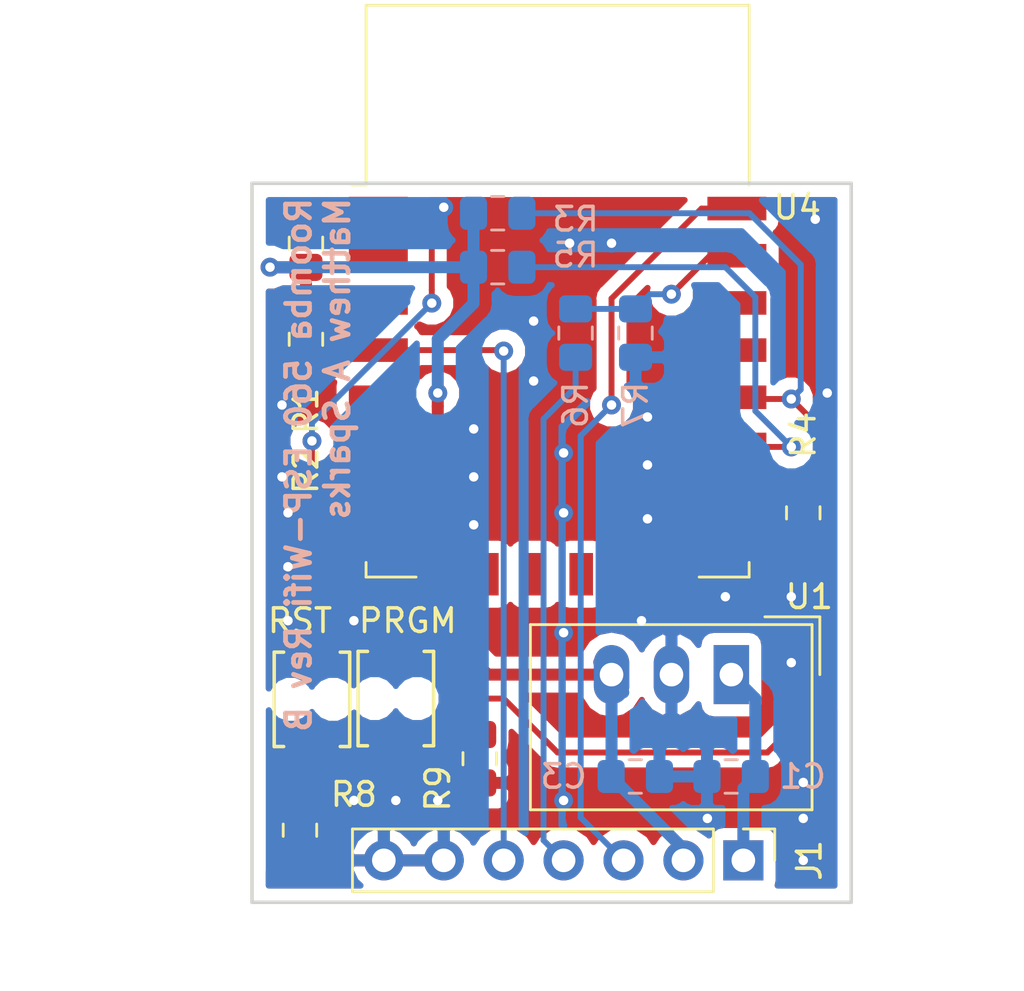
<source format=kicad_pcb>
(kicad_pcb (version 20171130) (host pcbnew "(5.0.0)")

  (general
    (thickness 1.6)
    (drawings 8)
    (tracks 142)
    (zones 0)
    (modules 16)
    (nets 27)
  )

  (page A4)
  (title_block
    (title "Roomba 560 ESP-Wifi")
    (date 2018-11-01)
    (rev B)
    (comment 1 "Drawn by: Matthew A Sparks")
  )

  (layers
    (0 F.Cu signal)
    (31 B.Cu signal)
    (32 B.Adhes user)
    (33 F.Adhes user)
    (34 B.Paste user)
    (35 F.Paste user)
    (36 B.SilkS user)
    (37 F.SilkS user)
    (38 B.Mask user)
    (39 F.Mask user)
    (40 Dwgs.User user)
    (41 Cmts.User user)
    (42 Eco1.User user)
    (43 Eco2.User user)
    (44 Edge.Cuts user)
    (45 Margin user)
    (46 B.CrtYd user)
    (47 F.CrtYd user)
    (48 B.Fab user)
    (49 F.Fab user hide)
  )

  (setup
    (last_trace_width 0.25)
    (trace_clearance 0.2)
    (zone_clearance 0.508)
    (zone_45_only no)
    (trace_min 0.2)
    (segment_width 0.2)
    (edge_width 0.15)
    (via_size 0.8)
    (via_drill 0.4)
    (via_min_size 0.4)
    (via_min_drill 0.3)
    (uvia_size 0.3)
    (uvia_drill 0.1)
    (uvias_allowed no)
    (uvia_min_size 0.2)
    (uvia_min_drill 0.1)
    (pcb_text_width 0.3)
    (pcb_text_size 1.5 1.5)
    (mod_edge_width 0.15)
    (mod_text_size 1 1)
    (mod_text_width 0.15)
    (pad_size 1.524 1.524)
    (pad_drill 0.762)
    (pad_to_mask_clearance 0.0508)
    (aux_axis_origin 127 119.38)
    (grid_origin 127 119.38)
    (visible_elements 7FFFFFFF)
    (pcbplotparams
      (layerselection 0x010fc_ffffffff)
      (usegerberextensions false)
      (usegerberattributes false)
      (usegerberadvancedattributes false)
      (creategerberjobfile false)
      (excludeedgelayer true)
      (linewidth 0.100000)
      (plotframeref false)
      (viasonmask false)
      (mode 1)
      (useauxorigin false)
      (hpglpennumber 1)
      (hpglpenspeed 20)
      (hpglpendiameter 15.000000)
      (psnegative false)
      (psa4output false)
      (plotreference true)
      (plotvalue true)
      (plotinvisibletext false)
      (padsonsilk false)
      (subtractmaskfromsilk false)
      (outputformat 1)
      (mirror false)
      (drillshape 1)
      (scaleselection 1)
      (outputdirectory ""))
  )

  (net 0 "")
  (net 1 /GPIO0)
  (net 2 +3V3)
  (net 3 "Net-(R2-Pad1)")
  (net 4 "Net-(R1-Pad1)")
  (net 5 Earth)
  (net 6 "Net-(R4-Pad1)")
  (net 7 "Net-(U4-Pad2)")
  (net 8 /LOCAL_BRC)
  (net 9 "Net-(U4-Pad5)")
  (net 10 "Net-(U4-Pad6)")
  (net 11 "Net-(U4-Pad7)")
  (net 12 "Net-(U4-Pad9)")
  (net 13 "Net-(U4-Pad10)")
  (net 14 "Net-(U4-Pad11)")
  (net 15 "Net-(U4-Pad12)")
  (net 16 "Net-(U4-Pad13)")
  (net 17 "Net-(U4-Pad14)")
  (net 18 "Net-(U4-Pad19)")
  (net 19 "Net-(U4-Pad20)")
  (net 20 /LOCAL_RXD)
  (net 21 /LOCAL_TXD)
  (net 22 /ROOMBA_TXD)
  (net 23 +BATT)
  (net 24 /GPIO2)
  (net 25 "Net-(R8-Pad2)")
  (net 26 "Net-(R9-Pad2)")

  (net_class Default "This is the default net class."
    (clearance 0.2)
    (trace_width 0.25)
    (via_dia 0.8)
    (via_drill 0.4)
    (uvia_dia 0.3)
    (uvia_drill 0.1)
    (add_net /GPIO0)
    (add_net /GPIO2)
    (add_net /LOCAL_BRC)
    (add_net /LOCAL_RXD)
    (add_net /LOCAL_TXD)
    (add_net /ROOMBA_TXD)
    (add_net "Net-(R1-Pad1)")
    (add_net "Net-(R2-Pad1)")
    (add_net "Net-(R4-Pad1)")
    (add_net "Net-(R8-Pad2)")
    (add_net "Net-(R9-Pad2)")
    (add_net "Net-(U4-Pad10)")
    (add_net "Net-(U4-Pad11)")
    (add_net "Net-(U4-Pad12)")
    (add_net "Net-(U4-Pad13)")
    (add_net "Net-(U4-Pad14)")
    (add_net "Net-(U4-Pad19)")
    (add_net "Net-(U4-Pad2)")
    (add_net "Net-(U4-Pad20)")
    (add_net "Net-(U4-Pad5)")
    (add_net "Net-(U4-Pad6)")
    (add_net "Net-(U4-Pad7)")
    (add_net "Net-(U4-Pad9)")
  )

  (net_class Power ""
    (clearance 0.2)
    (trace_width 0.508)
    (via_dia 0.8)
    (via_drill 0.4)
    (uvia_dia 0.3)
    (uvia_drill 0.1)
    (add_net +3V3)
    (add_net +BATT)
    (add_net Earth)
  )

  (module pts820:PTS820 (layer F.Cu) (tedit 5BDBC3F4) (tstamp 5BE917F5)
    (at 135.636 108.204 270)
    (path /5BDA95B5)
    (fp_text reference PRGM (at -3.302 -0.508) (layer F.SilkS)
      (effects (font (size 1 1) (thickness 0.15)))
    )
    (fp_text value SW_Push (at 0 2.4 270) (layer F.Fab)
      (effects (font (size 1 1) (thickness 0.15)))
    )
    (fp_line (start -2.54 1.778) (end -2.54 -1.778) (layer F.CrtYd) (width 0.15))
    (fp_line (start 2.54 1.778) (end -2.54 1.778) (layer F.CrtYd) (width 0.15))
    (fp_line (start 2.54 -1.778) (end 2.54 1.778) (layer F.CrtYd) (width 0.15))
    (fp_line (start -2.54 -1.778) (end 2.54 -1.778) (layer F.CrtYd) (width 0.15))
    (fp_line (start 2 -1.6) (end 2 -1.2) (layer F.SilkS) (width 0.15))
    (fp_line (start -2 -1.6) (end 2 -1.6) (layer F.SilkS) (width 0.15))
    (fp_line (start -2 -1.2) (end -2 -1.6) (layer F.SilkS) (width 0.15))
    (fp_line (start -2 1.6) (end -2 1.2) (layer F.SilkS) (width 0.15))
    (fp_line (start 2 1.6) (end -2 1.6) (layer F.SilkS) (width 0.15))
    (fp_line (start 2 1.2) (end 2 1.6) (layer F.SilkS) (width 0.15))
    (pad 1 smd rect (at -2 0 270) (size 1 2) (layers F.Cu F.Paste F.Mask)
      (net 1 /GPIO0))
    (pad 2 smd rect (at 2 0 270) (size 1 2) (layers F.Cu F.Paste F.Mask)
      (net 26 "Net-(R9-Pad2)"))
    (pad "" np_thru_hole circle (at 0 0.9 270) (size 0.8 0.8) (drill 0.8) (layers *.Cu *.Mask))
    (pad "" np_thru_hole circle (at 0 -0.9 270) (size 0.8 0.8) (drill 0.8) (layers *.Cu *.Mask))
  )

  (module Resistor_SMD:R_0805_2012Metric_Pad1.15x1.40mm_HandSolder (layer F.Cu) (tedit 5B36C52B) (tstamp 5BE918F7)
    (at 139.192 110.753 90)
    (descr "Resistor SMD 0805 (2012 Metric), square (rectangular) end terminal, IPC_7351 nominal with elongated pad for handsoldering. (Body size source: https://docs.google.com/spreadsheets/d/1BsfQQcO9C6DZCsRaXUlFlo91Tg2WpOkGARC1WS5S8t0/edit?usp=sharing), generated with kicad-footprint-generator")
    (tags "resistor handsolder")
    (path /5BDAB8A8)
    (attr smd)
    (fp_text reference R9 (at -1.261 -1.778 90) (layer F.SilkS)
      (effects (font (size 1 1) (thickness 0.15)))
    )
    (fp_text value 470 (at 0 1.65 90) (layer F.Fab)
      (effects (font (size 1 1) (thickness 0.15)))
    )
    (fp_text user %R (at 0 0 90) (layer F.Fab)
      (effects (font (size 0.5 0.5) (thickness 0.08)))
    )
    (fp_line (start 1.85 0.95) (end -1.85 0.95) (layer F.CrtYd) (width 0.05))
    (fp_line (start 1.85 -0.95) (end 1.85 0.95) (layer F.CrtYd) (width 0.05))
    (fp_line (start -1.85 -0.95) (end 1.85 -0.95) (layer F.CrtYd) (width 0.05))
    (fp_line (start -1.85 0.95) (end -1.85 -0.95) (layer F.CrtYd) (width 0.05))
    (fp_line (start -0.261252 0.71) (end 0.261252 0.71) (layer F.SilkS) (width 0.12))
    (fp_line (start -0.261252 -0.71) (end 0.261252 -0.71) (layer F.SilkS) (width 0.12))
    (fp_line (start 1 0.6) (end -1 0.6) (layer F.Fab) (width 0.1))
    (fp_line (start 1 -0.6) (end 1 0.6) (layer F.Fab) (width 0.1))
    (fp_line (start -1 -0.6) (end 1 -0.6) (layer F.Fab) (width 0.1))
    (fp_line (start -1 0.6) (end -1 -0.6) (layer F.Fab) (width 0.1))
    (pad 2 smd roundrect (at 1.025 0 90) (size 1.15 1.4) (layers F.Cu F.Paste F.Mask) (roundrect_rratio 0.217391)
      (net 26 "Net-(R9-Pad2)"))
    (pad 1 smd roundrect (at -1.025 0 90) (size 1.15 1.4) (layers F.Cu F.Paste F.Mask) (roundrect_rratio 0.217391)
      (net 5 Earth))
    (model ${KISYS3DMOD}/Resistor_SMD.3dshapes/R_0805_2012Metric.wrl
      (at (xyz 0 0 0))
      (scale (xyz 1 1 1))
      (rotate (xyz 0 0 0))
    )
  )

  (module Resistor_SMD:R_0805_2012Metric_Pad1.15x1.40mm_HandSolder (layer F.Cu) (tedit 5B36C52B) (tstamp 5BE918E6)
    (at 131.572 113.783 90)
    (descr "Resistor SMD 0805 (2012 Metric), square (rectangular) end terminal, IPC_7351 nominal with elongated pad for handsoldering. (Body size source: https://docs.google.com/spreadsheets/d/1BsfQQcO9C6DZCsRaXUlFlo91Tg2WpOkGARC1WS5S8t0/edit?usp=sharing), generated with kicad-footprint-generator")
    (tags "resistor handsolder")
    (path /5BDAA6FA)
    (attr smd)
    (fp_text reference R8 (at 1.515 2.286 180) (layer F.SilkS)
      (effects (font (size 1 1) (thickness 0.15)))
    )
    (fp_text value 470 (at 0 1.65 90) (layer F.Fab)
      (effects (font (size 1 1) (thickness 0.15)))
    )
    (fp_text user %R (at 0 0 90) (layer F.Fab)
      (effects (font (size 0.5 0.5) (thickness 0.08)))
    )
    (fp_line (start 1.85 0.95) (end -1.85 0.95) (layer F.CrtYd) (width 0.05))
    (fp_line (start 1.85 -0.95) (end 1.85 0.95) (layer F.CrtYd) (width 0.05))
    (fp_line (start -1.85 -0.95) (end 1.85 -0.95) (layer F.CrtYd) (width 0.05))
    (fp_line (start -1.85 0.95) (end -1.85 -0.95) (layer F.CrtYd) (width 0.05))
    (fp_line (start -0.261252 0.71) (end 0.261252 0.71) (layer F.SilkS) (width 0.12))
    (fp_line (start -0.261252 -0.71) (end 0.261252 -0.71) (layer F.SilkS) (width 0.12))
    (fp_line (start 1 0.6) (end -1 0.6) (layer F.Fab) (width 0.1))
    (fp_line (start 1 -0.6) (end 1 0.6) (layer F.Fab) (width 0.1))
    (fp_line (start -1 -0.6) (end 1 -0.6) (layer F.Fab) (width 0.1))
    (fp_line (start -1 0.6) (end -1 -0.6) (layer F.Fab) (width 0.1))
    (pad 2 smd roundrect (at 1.025 0 90) (size 1.15 1.4) (layers F.Cu F.Paste F.Mask) (roundrect_rratio 0.217391)
      (net 25 "Net-(R8-Pad2)"))
    (pad 1 smd roundrect (at -1.025 0 90) (size 1.15 1.4) (layers F.Cu F.Paste F.Mask) (roundrect_rratio 0.217391)
      (net 5 Earth))
    (model ${KISYS3DMOD}/Resistor_SMD.3dshapes/R_0805_2012Metric.wrl
      (at (xyz 0 0 0))
      (scale (xyz 1 1 1))
      (rotate (xyz 0 0 0))
    )
  )

  (module pts820:PTS820 (layer F.Cu) (tedit 5BDBC3EB) (tstamp 5BE917E7)
    (at 132.08 108.236 270)
    (path /5BDA94D1)
    (fp_text reference RST (at -3.334 0.508) (layer F.SilkS)
      (effects (font (size 1 1) (thickness 0.15)))
    )
    (fp_text value SW_Push (at 0 2.4 270) (layer F.Fab)
      (effects (font (size 1 1) (thickness 0.15)))
    )
    (fp_line (start -2.54 1.778) (end -2.54 -1.778) (layer F.CrtYd) (width 0.15))
    (fp_line (start 2.54 1.778) (end -2.54 1.778) (layer F.CrtYd) (width 0.15))
    (fp_line (start 2.54 -1.778) (end 2.54 1.778) (layer F.CrtYd) (width 0.15))
    (fp_line (start -2.54 -1.778) (end 2.54 -1.778) (layer F.CrtYd) (width 0.15))
    (fp_line (start 2 -1.6) (end 2 -1.2) (layer F.SilkS) (width 0.15))
    (fp_line (start -2 -1.6) (end 2 -1.6) (layer F.SilkS) (width 0.15))
    (fp_line (start -2 -1.2) (end -2 -1.6) (layer F.SilkS) (width 0.15))
    (fp_line (start -2 1.6) (end -2 1.2) (layer F.SilkS) (width 0.15))
    (fp_line (start 2 1.6) (end -2 1.6) (layer F.SilkS) (width 0.15))
    (fp_line (start 2 1.2) (end 2 1.6) (layer F.SilkS) (width 0.15))
    (pad 1 smd rect (at -2 0 270) (size 1 2) (layers F.Cu F.Paste F.Mask)
      (net 4 "Net-(R1-Pad1)"))
    (pad 2 smd rect (at 2 0 270) (size 1 2) (layers F.Cu F.Paste F.Mask)
      (net 25 "Net-(R8-Pad2)"))
    (pad "" np_thru_hole circle (at 0 0.9 270) (size 0.8 0.8) (drill 0.8) (layers *.Cu *.Mask))
    (pad "" np_thru_hole circle (at 0 -0.9 270) (size 0.8 0.8) (drill 0.8) (layers *.Cu *.Mask))
  )

  (module Resistor_SMD:R_0805_2012Metric_Pad1.15x1.40mm_HandSolder (layer B.Cu) (tedit 5B36C52B) (tstamp 5BD975A5)
    (at 145.796 92.71 90)
    (descr "Resistor SMD 0805 (2012 Metric), square (rectangular) end terminal, IPC_7351 nominal with elongated pad for handsoldering. (Body size source: https://docs.google.com/spreadsheets/d/1BsfQQcO9C6DZCsRaXUlFlo91Tg2WpOkGARC1WS5S8t0/edit?usp=sharing), generated with kicad-footprint-generator")
    (tags "resistor handsolder")
    (path /5BCD7E32)
    (attr smd)
    (fp_text reference R7 (at -3.048 0 90) (layer B.SilkS)
      (effects (font (size 1 1) (thickness 0.15)) (justify mirror))
    )
    (fp_text value 12K (at 0 -1.65 90) (layer B.Fab)
      (effects (font (size 1 1) (thickness 0.15)) (justify mirror))
    )
    (fp_text user %R (at 0 0 90) (layer B.Fab)
      (effects (font (size 0.5 0.5) (thickness 0.08)) (justify mirror))
    )
    (fp_line (start 1.85 -0.95) (end -1.85 -0.95) (layer B.CrtYd) (width 0.05))
    (fp_line (start 1.85 0.95) (end 1.85 -0.95) (layer B.CrtYd) (width 0.05))
    (fp_line (start -1.85 0.95) (end 1.85 0.95) (layer B.CrtYd) (width 0.05))
    (fp_line (start -1.85 -0.95) (end -1.85 0.95) (layer B.CrtYd) (width 0.05))
    (fp_line (start -0.261252 -0.71) (end 0.261252 -0.71) (layer B.SilkS) (width 0.12))
    (fp_line (start -0.261252 0.71) (end 0.261252 0.71) (layer B.SilkS) (width 0.12))
    (fp_line (start 1 -0.6) (end -1 -0.6) (layer B.Fab) (width 0.1))
    (fp_line (start 1 0.6) (end 1 -0.6) (layer B.Fab) (width 0.1))
    (fp_line (start -1 0.6) (end 1 0.6) (layer B.Fab) (width 0.1))
    (fp_line (start -1 -0.6) (end -1 0.6) (layer B.Fab) (width 0.1))
    (pad 2 smd roundrect (at 1.025 0 90) (size 1.15 1.4) (layers B.Cu B.Paste B.Mask) (roundrect_rratio 0.217391)
      (net 20 /LOCAL_RXD))
    (pad 1 smd roundrect (at -1.025 0 90) (size 1.15 1.4) (layers B.Cu B.Paste B.Mask) (roundrect_rratio 0.217391)
      (net 5 Earth))
    (model ${KISYS3DMOD}/Resistor_SMD.3dshapes/R_0805_2012Metric.wrl
      (at (xyz 0 0 0))
      (scale (xyz 1 1 1))
      (rotate (xyz 0 0 0))
    )
  )

  (module Resistor_SMD:R_0805_2012Metric_Pad1.15x1.40mm_HandSolder (layer B.Cu) (tedit 5B36C52B) (tstamp 5BD97594)
    (at 143.256 92.71 270)
    (descr "Resistor SMD 0805 (2012 Metric), square (rectangular) end terminal, IPC_7351 nominal with elongated pad for handsoldering. (Body size source: https://docs.google.com/spreadsheets/d/1BsfQQcO9C6DZCsRaXUlFlo91Tg2WpOkGARC1WS5S8t0/edit?usp=sharing), generated with kicad-footprint-generator")
    (tags "resistor handsolder")
    (path /5BCDDD61)
    (attr smd)
    (fp_text reference R6 (at 3.048 0 270) (layer B.SilkS)
      (effects (font (size 1 1) (thickness 0.15)) (justify mirror))
    )
    (fp_text value 6.04K (at 0 -1.65 270) (layer B.Fab)
      (effects (font (size 1 1) (thickness 0.15)) (justify mirror))
    )
    (fp_text user %R (at 0 0 270) (layer B.Fab)
      (effects (font (size 0.5 0.5) (thickness 0.08)) (justify mirror))
    )
    (fp_line (start 1.85 -0.95) (end -1.85 -0.95) (layer B.CrtYd) (width 0.05))
    (fp_line (start 1.85 0.95) (end 1.85 -0.95) (layer B.CrtYd) (width 0.05))
    (fp_line (start -1.85 0.95) (end 1.85 0.95) (layer B.CrtYd) (width 0.05))
    (fp_line (start -1.85 -0.95) (end -1.85 0.95) (layer B.CrtYd) (width 0.05))
    (fp_line (start -0.261252 -0.71) (end 0.261252 -0.71) (layer B.SilkS) (width 0.12))
    (fp_line (start -0.261252 0.71) (end 0.261252 0.71) (layer B.SilkS) (width 0.12))
    (fp_line (start 1 -0.6) (end -1 -0.6) (layer B.Fab) (width 0.1))
    (fp_line (start 1 0.6) (end 1 -0.6) (layer B.Fab) (width 0.1))
    (fp_line (start -1 0.6) (end 1 0.6) (layer B.Fab) (width 0.1))
    (fp_line (start -1 -0.6) (end -1 0.6) (layer B.Fab) (width 0.1))
    (pad 2 smd roundrect (at 1.025 0 270) (size 1.15 1.4) (layers B.Cu B.Paste B.Mask) (roundrect_rratio 0.217391)
      (net 22 /ROOMBA_TXD))
    (pad 1 smd roundrect (at -1.025 0 270) (size 1.15 1.4) (layers B.Cu B.Paste B.Mask) (roundrect_rratio 0.217391)
      (net 20 /LOCAL_RXD))
    (model ${KISYS3DMOD}/Resistor_SMD.3dshapes/R_0805_2012Metric.wrl
      (at (xyz 0 0 0))
      (scale (xyz 1 1 1))
      (rotate (xyz 0 0 0))
    )
  )

  (module Capacitor_SMD:C_0805_2012Metric_Pad1.15x1.40mm_HandSolder (layer B.Cu) (tedit 5B36C52B) (tstamp 5BB7DA3E)
    (at 145.787 111.506)
    (descr "Capacitor SMD 0805 (2012 Metric), square (rectangular) end terminal, IPC_7351 nominal with elongated pad for handsoldering. (Body size source: https://docs.google.com/spreadsheets/d/1BsfQQcO9C6DZCsRaXUlFlo91Tg2WpOkGARC1WS5S8t0/edit?usp=sharing), generated with kicad-footprint-generator")
    (tags "capacitor handsolder")
    (path /5BBACEE9)
    (attr smd)
    (fp_text reference C3 (at -3.039 0 180) (layer B.SilkS)
      (effects (font (size 1 1) (thickness 0.15)) (justify mirror))
    )
    (fp_text value "10 uF" (at 0 -1.65) (layer B.Fab)
      (effects (font (size 1 1) (thickness 0.15)) (justify mirror))
    )
    (fp_text user %R (at 0 0) (layer B.Fab)
      (effects (font (size 0.5 0.5) (thickness 0.08)) (justify mirror))
    )
    (fp_line (start 1.85 -0.95) (end -1.85 -0.95) (layer B.CrtYd) (width 0.05))
    (fp_line (start 1.85 0.95) (end 1.85 -0.95) (layer B.CrtYd) (width 0.05))
    (fp_line (start -1.85 0.95) (end 1.85 0.95) (layer B.CrtYd) (width 0.05))
    (fp_line (start -1.85 -0.95) (end -1.85 0.95) (layer B.CrtYd) (width 0.05))
    (fp_line (start -0.261252 -0.71) (end 0.261252 -0.71) (layer B.SilkS) (width 0.12))
    (fp_line (start -0.261252 0.71) (end 0.261252 0.71) (layer B.SilkS) (width 0.12))
    (fp_line (start 1 -0.6) (end -1 -0.6) (layer B.Fab) (width 0.1))
    (fp_line (start 1 0.6) (end 1 -0.6) (layer B.Fab) (width 0.1))
    (fp_line (start -1 0.6) (end 1 0.6) (layer B.Fab) (width 0.1))
    (fp_line (start -1 -0.6) (end -1 0.6) (layer B.Fab) (width 0.1))
    (pad 2 smd roundrect (at 1.025 0) (size 1.15 1.4) (layers B.Cu B.Paste B.Mask) (roundrect_rratio 0.217391)
      (net 5 Earth))
    (pad 1 smd roundrect (at -1.025 0) (size 1.15 1.4) (layers B.Cu B.Paste B.Mask) (roundrect_rratio 0.217391)
      (net 2 +3V3))
    (model ${KISYS3DMOD}/Capacitor_SMD.3dshapes/C_0805_2012Metric.wrl
      (at (xyz 0 0 0))
      (scale (xyz 1 1 1))
      (rotate (xyz 0 0 0))
    )
  )

  (module Capacitor_SMD:C_0805_2012Metric_Pad1.15x1.40mm_HandSolder (layer B.Cu) (tedit 5B36C52B) (tstamp 5BB7DA1C)
    (at 149.851 111.506 180)
    (descr "Capacitor SMD 0805 (2012 Metric), square (rectangular) end terminal, IPC_7351 nominal with elongated pad for handsoldering. (Body size source: https://docs.google.com/spreadsheets/d/1BsfQQcO9C6DZCsRaXUlFlo91Tg2WpOkGARC1WS5S8t0/edit?usp=sharing), generated with kicad-footprint-generator")
    (tags "capacitor handsolder")
    (path /5BB9991F)
    (attr smd)
    (fp_text reference C1 (at -3.039 0 180) (layer B.SilkS)
      (effects (font (size 1 1) (thickness 0.15)) (justify mirror))
    )
    (fp_text value "10 uF" (at 0 -1.65 180) (layer B.Fab)
      (effects (font (size 1 1) (thickness 0.15)) (justify mirror))
    )
    (fp_text user %R (at 0 0 180) (layer B.Fab)
      (effects (font (size 0.5 0.5) (thickness 0.08)) (justify mirror))
    )
    (fp_line (start 1.85 -0.95) (end -1.85 -0.95) (layer B.CrtYd) (width 0.05))
    (fp_line (start 1.85 0.95) (end 1.85 -0.95) (layer B.CrtYd) (width 0.05))
    (fp_line (start -1.85 0.95) (end 1.85 0.95) (layer B.CrtYd) (width 0.05))
    (fp_line (start -1.85 -0.95) (end -1.85 0.95) (layer B.CrtYd) (width 0.05))
    (fp_line (start -0.261252 -0.71) (end 0.261252 -0.71) (layer B.SilkS) (width 0.12))
    (fp_line (start -0.261252 0.71) (end 0.261252 0.71) (layer B.SilkS) (width 0.12))
    (fp_line (start 1 -0.6) (end -1 -0.6) (layer B.Fab) (width 0.1))
    (fp_line (start 1 0.6) (end 1 -0.6) (layer B.Fab) (width 0.1))
    (fp_line (start -1 0.6) (end 1 0.6) (layer B.Fab) (width 0.1))
    (fp_line (start -1 -0.6) (end -1 0.6) (layer B.Fab) (width 0.1))
    (pad 2 smd roundrect (at 1.025 0 180) (size 1.15 1.4) (layers B.Cu B.Paste B.Mask) (roundrect_rratio 0.217391)
      (net 5 Earth))
    (pad 1 smd roundrect (at -1.025 0 180) (size 1.15 1.4) (layers B.Cu B.Paste B.Mask) (roundrect_rratio 0.217391)
      (net 23 +BATT))
    (model ${KISYS3DMOD}/Capacitor_SMD.3dshapes/C_0805_2012Metric.wrl
      (at (xyz 0 0 0))
      (scale (xyz 1 1 1))
      (rotate (xyz 0 0 0))
    )
  )

  (module Connector_PinHeader_2.54mm:PinHeader_1x07_P2.54mm_Vertical (layer F.Cu) (tedit 59FED5CC) (tstamp 5BB7DA0B)
    (at 150.368 115.062 270)
    (descr "Through hole straight pin header, 1x07, 2.54mm pitch, single row")
    (tags "Through hole pin header THT 1x07 2.54mm single row")
    (path /5BB8E599)
    (fp_text reference J1 (at 0 -2.794 270) (layer F.SilkS)
      (effects (font (size 1 1) (thickness 0.15)))
    )
    (fp_text value Conn_01x07_Male (at 0 17.57 270) (layer F.Fab)
      (effects (font (size 1 1) (thickness 0.15)))
    )
    (fp_text user %R (at 0 7.62) (layer F.Fab)
      (effects (font (size 1 1) (thickness 0.15)))
    )
    (fp_line (start 1.8 -1.8) (end -1.8 -1.8) (layer F.CrtYd) (width 0.05))
    (fp_line (start 1.8 17.05) (end 1.8 -1.8) (layer F.CrtYd) (width 0.05))
    (fp_line (start -1.8 17.05) (end 1.8 17.05) (layer F.CrtYd) (width 0.05))
    (fp_line (start -1.8 -1.8) (end -1.8 17.05) (layer F.CrtYd) (width 0.05))
    (fp_line (start -1.33 -1.33) (end 0 -1.33) (layer F.SilkS) (width 0.12))
    (fp_line (start -1.33 0) (end -1.33 -1.33) (layer F.SilkS) (width 0.12))
    (fp_line (start -1.33 1.27) (end 1.33 1.27) (layer F.SilkS) (width 0.12))
    (fp_line (start 1.33 1.27) (end 1.33 16.57) (layer F.SilkS) (width 0.12))
    (fp_line (start -1.33 1.27) (end -1.33 16.57) (layer F.SilkS) (width 0.12))
    (fp_line (start -1.33 16.57) (end 1.33 16.57) (layer F.SilkS) (width 0.12))
    (fp_line (start -1.27 -0.635) (end -0.635 -1.27) (layer F.Fab) (width 0.1))
    (fp_line (start -1.27 16.51) (end -1.27 -0.635) (layer F.Fab) (width 0.1))
    (fp_line (start 1.27 16.51) (end -1.27 16.51) (layer F.Fab) (width 0.1))
    (fp_line (start 1.27 -1.27) (end 1.27 16.51) (layer F.Fab) (width 0.1))
    (fp_line (start -0.635 -1.27) (end 1.27 -1.27) (layer F.Fab) (width 0.1))
    (pad 7 thru_hole oval (at 0 15.24 270) (size 1.7 1.7) (drill 1) (layers *.Cu *.Mask)
      (net 5 Earth))
    (pad 6 thru_hole oval (at 0 12.7 270) (size 1.7 1.7) (drill 1) (layers *.Cu *.Mask)
      (net 5 Earth))
    (pad 5 thru_hole oval (at 0 10.16 270) (size 1.7 1.7) (drill 1) (layers *.Cu *.Mask)
      (net 8 /LOCAL_BRC))
    (pad 4 thru_hole oval (at 0 7.62 270) (size 1.7 1.7) (drill 1) (layers *.Cu *.Mask)
      (net 22 /ROOMBA_TXD))
    (pad 3 thru_hole oval (at 0 5.08 270) (size 1.7 1.7) (drill 1) (layers *.Cu *.Mask)
      (net 21 /LOCAL_TXD))
    (pad 2 thru_hole oval (at 0 2.54 270) (size 1.7 1.7) (drill 1) (layers *.Cu *.Mask)
      (net 2 +3V3))
    (pad 1 thru_hole rect (at 0 0 270) (size 1.7 1.7) (drill 1) (layers *.Cu *.Mask)
      (net 23 +BATT))
    (model ${KISYS3DMOD}/Connector_PinHeader_2.54mm.3dshapes/PinHeader_1x07_P2.54mm_Vertical.wrl
      (at (xyz 0 0 0))
      (scale (xyz 1 1 1))
      (rotate (xyz 0 0 0))
    )
  )

  (module Converter_DCDC:Converter_DCDC_TRACO_TSR-1_THT (layer F.Cu) (tedit 59FE1FB7) (tstamp 5BB7D9F0)
    (at 149.86 107.188 180)
    (descr "DCDC-Converter, TRACO, TSR 1-xxxx")
    (tags "DCDC-Converter TRACO TSR-1")
    (path /5BDCB2FC)
    (fp_text reference U1 (at -3.302 3.302 180) (layer F.SilkS)
      (effects (font (size 1 1) (thickness 0.15)))
    )
    (fp_text value TSR_1-2433 (at 2.5 3.25 180) (layer F.Fab)
      (effects (font (size 1 1) (thickness 0.15)))
    )
    (fp_line (start -2.3 2) (end 8.4 2) (layer F.Fab) (width 0.1))
    (fp_line (start -3.42 2.12) (end -3.42 -5.73) (layer F.SilkS) (width 0.12))
    (fp_line (start -3.42 -5.73) (end 8.52 -5.73) (layer F.SilkS) (width 0.12))
    (fp_line (start 8.52 -5.73) (end 8.52 2.12) (layer F.SilkS) (width 0.12))
    (fp_line (start 8.52 2.12) (end -3.42 2.12) (layer F.SilkS) (width 0.12))
    (fp_line (start -3.55 -5.85) (end 8.65 -5.85) (layer F.CrtYd) (width 0.05))
    (fp_line (start 8.65 -5.85) (end 8.65 2.25) (layer F.CrtYd) (width 0.05))
    (fp_line (start 8.65 2.25) (end -3.55 2.25) (layer F.CrtYd) (width 0.05))
    (fp_line (start -3.55 2.25) (end -3.55 -5.85) (layer F.CrtYd) (width 0.05))
    (fp_line (start -3.3 -5.6) (end 8.4 -5.6) (layer F.Fab) (width 0.1))
    (fp_line (start 8.4 2) (end 8.4 -5.6) (layer F.Fab) (width 0.1))
    (fp_line (start -3.3 1) (end -3.3 -5.6) (layer F.Fab) (width 0.1))
    (fp_line (start -3.3 1) (end -2.3 2) (layer F.Fab) (width 0.1))
    (fp_line (start -3.75 0) (end -3.75 2.45) (layer F.SilkS) (width 0.12))
    (fp_line (start -3.75 2.45) (end -1.42 2.45) (layer F.SilkS) (width 0.12))
    (fp_text user %R (at 3 -3 180) (layer F.Fab)
      (effects (font (size 1 1) (thickness 0.15)))
    )
    (pad 3 thru_hole oval (at 5.08 0 180) (size 1.5 2.5) (drill 1) (layers *.Cu *.Mask)
      (net 2 +3V3))
    (pad 2 thru_hole oval (at 2.54 0 180) (size 1.5 2.5) (drill 1) (layers *.Cu *.Mask)
      (net 5 Earth))
    (pad 1 thru_hole rect (at 0 0 180) (size 1.5 2.5) (drill 1) (layers *.Cu *.Mask)
      (net 23 +BATT))
    (model ${KISYS3DMOD}/Converter_DCDC.3dshapes/Converter_DCDC_TRACO_TSR-1_THT.wrl
      (at (xyz 0 0 0))
      (scale (xyz 1 1 1))
      (rotate (xyz 0 0 0))
    )
  )

  (module RF_Module:ESP-12E (layer F.Cu) (tedit 5A030172) (tstamp 5BB7D9A0)
    (at 142.494 90.932)
    (descr "Wi-Fi Module, http://wiki.ai-thinker.com/_media/esp8266/docs/aithinker_esp_12f_datasheet_en.pdf")
    (tags "Wi-Fi Module")
    (path /5BB75859)
    (attr smd)
    (fp_text reference U4 (at 10.16 -3.556) (layer F.SilkS)
      (effects (font (size 1 1) (thickness 0.15)))
    )
    (fp_text value ESP-12F (at -0.06 -12.78) (layer F.Fab)
      (effects (font (size 1 1) (thickness 0.15)))
    )
    (fp_line (start 5.56 -4.8) (end 8.12 -7.36) (layer Dwgs.User) (width 0.12))
    (fp_line (start 2.56 -4.8) (end 8.12 -10.36) (layer Dwgs.User) (width 0.12))
    (fp_line (start -0.44 -4.8) (end 6.88 -12.12) (layer Dwgs.User) (width 0.12))
    (fp_line (start -3.44 -4.8) (end 3.88 -12.12) (layer Dwgs.User) (width 0.12))
    (fp_line (start -6.44 -4.8) (end 0.88 -12.12) (layer Dwgs.User) (width 0.12))
    (fp_line (start -8.12 -6.12) (end -2.12 -12.12) (layer Dwgs.User) (width 0.12))
    (fp_line (start -8.12 -9.12) (end -5.12 -12.12) (layer Dwgs.User) (width 0.12))
    (fp_line (start -8.12 -4.8) (end -8.12 -12.12) (layer Dwgs.User) (width 0.12))
    (fp_line (start 8.12 -4.8) (end -8.12 -4.8) (layer Dwgs.User) (width 0.12))
    (fp_line (start 8.12 -12.12) (end 8.12 -4.8) (layer Dwgs.User) (width 0.12))
    (fp_line (start -8.12 -12.12) (end 8.12 -12.12) (layer Dwgs.User) (width 0.12))
    (fp_line (start -8.12 -4.5) (end -8.73 -4.5) (layer F.SilkS) (width 0.12))
    (fp_line (start -8.12 -4.5) (end -8.12 -12.12) (layer F.SilkS) (width 0.12))
    (fp_line (start -8.12 12.12) (end -8.12 11.5) (layer F.SilkS) (width 0.12))
    (fp_line (start -6 12.12) (end -8.12 12.12) (layer F.SilkS) (width 0.12))
    (fp_line (start 8.12 12.12) (end 6 12.12) (layer F.SilkS) (width 0.12))
    (fp_line (start 8.12 11.5) (end 8.12 12.12) (layer F.SilkS) (width 0.12))
    (fp_line (start 8.12 -12.12) (end 8.12 -4.5) (layer F.SilkS) (width 0.12))
    (fp_line (start -8.12 -12.12) (end 8.12 -12.12) (layer F.SilkS) (width 0.12))
    (fp_line (start -9.05 13.1) (end -9.05 -12.2) (layer F.CrtYd) (width 0.05))
    (fp_line (start 9.05 13.1) (end -9.05 13.1) (layer F.CrtYd) (width 0.05))
    (fp_line (start 9.05 -12.2) (end 9.05 13.1) (layer F.CrtYd) (width 0.05))
    (fp_line (start -9.05 -12.2) (end 9.05 -12.2) (layer F.CrtYd) (width 0.05))
    (fp_line (start -8 -4) (end -8 -12) (layer F.Fab) (width 0.12))
    (fp_line (start -7.5 -3.5) (end -8 -4) (layer F.Fab) (width 0.12))
    (fp_line (start -8 -3) (end -7.5 -3.5) (layer F.Fab) (width 0.12))
    (fp_line (start -8 12) (end -8 -3) (layer F.Fab) (width 0.12))
    (fp_line (start 8 12) (end -8 12) (layer F.Fab) (width 0.12))
    (fp_line (start 8 -12) (end 8 12) (layer F.Fab) (width 0.12))
    (fp_line (start -8 -12) (end 8 -12) (layer F.Fab) (width 0.12))
    (fp_text user %R (at 0.49 -0.8) (layer F.Fab)
      (effects (font (size 1 1) (thickness 0.15)))
    )
    (fp_text user "KEEP-OUT ZONE" (at 0.03 -9.55 180) (layer Cmts.User)
      (effects (font (size 1 1) (thickness 0.15)))
    )
    (fp_text user Antenna (at -0.06 -7 180) (layer Cmts.User)
      (effects (font (size 1 1) (thickness 0.15)))
    )
    (pad 22 smd rect (at 7.6 -3.5) (size 2.5 1) (layers F.Cu F.Paste F.Mask)
      (net 21 /LOCAL_TXD))
    (pad 21 smd rect (at 7.6 -1.5) (size 2.5 1) (layers F.Cu F.Paste F.Mask)
      (net 20 /LOCAL_RXD))
    (pad 20 smd rect (at 7.6 0.5) (size 2.5 1) (layers F.Cu F.Paste F.Mask)
      (net 19 "Net-(U4-Pad20)"))
    (pad 19 smd rect (at 7.6 2.5) (size 2.5 1) (layers F.Cu F.Paste F.Mask)
      (net 18 "Net-(U4-Pad19)"))
    (pad 18 smd rect (at 7.6 4.5) (size 2.5 1) (layers F.Cu F.Paste F.Mask)
      (net 1 /GPIO0))
    (pad 17 smd rect (at 7.6 6.5) (size 2.5 1) (layers F.Cu F.Paste F.Mask)
      (net 24 /GPIO2))
    (pad 16 smd rect (at 7.6 8.5) (size 2.5 1) (layers F.Cu F.Paste F.Mask)
      (net 6 "Net-(R4-Pad1)"))
    (pad 15 smd rect (at 7.6 10.5) (size 2.5 1) (layers F.Cu F.Paste F.Mask)
      (net 5 Earth))
    (pad 14 smd rect (at 5 12) (size 1 1.8) (layers F.Cu F.Paste F.Mask)
      (net 17 "Net-(U4-Pad14)"))
    (pad 13 smd rect (at 3 12) (size 1 1.8) (layers F.Cu F.Paste F.Mask)
      (net 16 "Net-(U4-Pad13)"))
    (pad 12 smd rect (at 1 12) (size 1 1.8) (layers F.Cu F.Paste F.Mask)
      (net 15 "Net-(U4-Pad12)"))
    (pad 11 smd rect (at -1 12) (size 1 1.8) (layers F.Cu F.Paste F.Mask)
      (net 14 "Net-(U4-Pad11)"))
    (pad 10 smd rect (at -3 12) (size 1 1.8) (layers F.Cu F.Paste F.Mask)
      (net 13 "Net-(U4-Pad10)"))
    (pad 9 smd rect (at -5 12) (size 1 1.8) (layers F.Cu F.Paste F.Mask)
      (net 12 "Net-(U4-Pad9)"))
    (pad 8 smd rect (at -7.6 10.5) (size 2.5 1) (layers F.Cu F.Paste F.Mask)
      (net 2 +3V3))
    (pad 7 smd rect (at -7.6 8.5) (size 2.5 1) (layers F.Cu F.Paste F.Mask)
      (net 11 "Net-(U4-Pad7)"))
    (pad 6 smd rect (at -7.6 6.5) (size 2.5 1) (layers F.Cu F.Paste F.Mask)
      (net 10 "Net-(U4-Pad6)"))
    (pad 5 smd rect (at -7.6 4.5) (size 2.5 1) (layers F.Cu F.Paste F.Mask)
      (net 9 "Net-(U4-Pad5)"))
    (pad 4 smd rect (at -7.6 2.5) (size 2.5 1) (layers F.Cu F.Paste F.Mask)
      (net 8 /LOCAL_BRC))
    (pad 3 smd rect (at -7.6 0.5) (size 2.5 1) (layers F.Cu F.Paste F.Mask)
      (net 3 "Net-(R2-Pad1)"))
    (pad 2 smd rect (at -7.6 -1.5) (size 2.5 1) (layers F.Cu F.Paste F.Mask)
      (net 7 "Net-(U4-Pad2)"))
    (pad 1 smd rect (at -7.6 -3.5) (size 2.5 1) (layers F.Cu F.Paste F.Mask)
      (net 4 "Net-(R1-Pad1)"))
    (model ${KISYS3DMOD}/RF_Module.3dshapes/ESP-12E.wrl
      (at (xyz 0 0 0))
      (scale (xyz 1 1 1))
      (rotate (xyz 0 0 0))
    )
  )

  (module Resistor_SMD:R_0805_2012Metric_Pad1.15x1.40mm_HandSolder (layer B.Cu) (tedit 5B36C52B) (tstamp 5BB7D965)
    (at 139.954 89.916 180)
    (descr "Resistor SMD 0805 (2012 Metric), square (rectangular) end terminal, IPC_7351 nominal with elongated pad for handsoldering. (Body size source: https://docs.google.com/spreadsheets/d/1BsfQQcO9C6DZCsRaXUlFlo91Tg2WpOkGARC1WS5S8t0/edit?usp=sharing), generated with kicad-footprint-generator")
    (tags "resistor handsolder")
    (path /5BB80D3D)
    (attr smd)
    (fp_text reference R5 (at -3.302 0.508 180) (layer B.SilkS)
      (effects (font (size 1 1) (thickness 0.15)) (justify mirror))
    )
    (fp_text value 12K (at 0 -1.65 180) (layer B.Fab)
      (effects (font (size 1 1) (thickness 0.15)) (justify mirror))
    )
    (fp_text user %R (at 0 0 180) (layer B.Fab)
      (effects (font (size 0.5 0.5) (thickness 0.08)) (justify mirror))
    )
    (fp_line (start 1.85 -0.95) (end -1.85 -0.95) (layer B.CrtYd) (width 0.05))
    (fp_line (start 1.85 0.95) (end 1.85 -0.95) (layer B.CrtYd) (width 0.05))
    (fp_line (start -1.85 0.95) (end 1.85 0.95) (layer B.CrtYd) (width 0.05))
    (fp_line (start -1.85 -0.95) (end -1.85 0.95) (layer B.CrtYd) (width 0.05))
    (fp_line (start -0.261252 -0.71) (end 0.261252 -0.71) (layer B.SilkS) (width 0.12))
    (fp_line (start -0.261252 0.71) (end 0.261252 0.71) (layer B.SilkS) (width 0.12))
    (fp_line (start 1 -0.6) (end -1 -0.6) (layer B.Fab) (width 0.1))
    (fp_line (start 1 0.6) (end 1 -0.6) (layer B.Fab) (width 0.1))
    (fp_line (start -1 0.6) (end 1 0.6) (layer B.Fab) (width 0.1))
    (fp_line (start -1 -0.6) (end -1 0.6) (layer B.Fab) (width 0.1))
    (pad 2 smd roundrect (at 1.025 0 180) (size 1.15 1.4) (layers B.Cu B.Paste B.Mask) (roundrect_rratio 0.217391)
      (net 2 +3V3))
    (pad 1 smd roundrect (at -1.025 0 180) (size 1.15 1.4) (layers B.Cu B.Paste B.Mask) (roundrect_rratio 0.217391)
      (net 24 /GPIO2))
    (model ${KISYS3DMOD}/Resistor_SMD.3dshapes/R_0805_2012Metric.wrl
      (at (xyz 0 0 0))
      (scale (xyz 1 1 1))
      (rotate (xyz 0 0 0))
    )
  )

  (module Resistor_SMD:R_0805_2012Metric_Pad1.15x1.40mm_HandSolder (layer F.Cu) (tedit 5B36C52B) (tstamp 5BB7D954)
    (at 152.908 100.33 270)
    (descr "Resistor SMD 0805 (2012 Metric), square (rectangular) end terminal, IPC_7351 nominal with elongated pad for handsoldering. (Body size source: https://docs.google.com/spreadsheets/d/1BsfQQcO9C6DZCsRaXUlFlo91Tg2WpOkGARC1WS5S8t0/edit?usp=sharing), generated with kicad-footprint-generator")
    (tags "resistor handsolder")
    (path /5BB8506F)
    (attr smd)
    (fp_text reference R4 (at -3.302 0 270) (layer F.SilkS)
      (effects (font (size 1 1) (thickness 0.15)))
    )
    (fp_text value 12K (at 0 1.65 270) (layer F.Fab)
      (effects (font (size 1 1) (thickness 0.15)))
    )
    (fp_text user %R (at 0 0 270) (layer F.Fab)
      (effects (font (size 0.5 0.5) (thickness 0.08)))
    )
    (fp_line (start 1.85 0.95) (end -1.85 0.95) (layer F.CrtYd) (width 0.05))
    (fp_line (start 1.85 -0.95) (end 1.85 0.95) (layer F.CrtYd) (width 0.05))
    (fp_line (start -1.85 -0.95) (end 1.85 -0.95) (layer F.CrtYd) (width 0.05))
    (fp_line (start -1.85 0.95) (end -1.85 -0.95) (layer F.CrtYd) (width 0.05))
    (fp_line (start -0.261252 0.71) (end 0.261252 0.71) (layer F.SilkS) (width 0.12))
    (fp_line (start -0.261252 -0.71) (end 0.261252 -0.71) (layer F.SilkS) (width 0.12))
    (fp_line (start 1 0.6) (end -1 0.6) (layer F.Fab) (width 0.1))
    (fp_line (start 1 -0.6) (end 1 0.6) (layer F.Fab) (width 0.1))
    (fp_line (start -1 -0.6) (end 1 -0.6) (layer F.Fab) (width 0.1))
    (fp_line (start -1 0.6) (end -1 -0.6) (layer F.Fab) (width 0.1))
    (pad 2 smd roundrect (at 1.025 0 270) (size 1.15 1.4) (layers F.Cu F.Paste F.Mask) (roundrect_rratio 0.217391)
      (net 5 Earth))
    (pad 1 smd roundrect (at -1.025 0 270) (size 1.15 1.4) (layers F.Cu F.Paste F.Mask) (roundrect_rratio 0.217391)
      (net 6 "Net-(R4-Pad1)"))
    (model ${KISYS3DMOD}/Resistor_SMD.3dshapes/R_0805_2012Metric.wrl
      (at (xyz 0 0 0))
      (scale (xyz 1 1 1))
      (rotate (xyz 0 0 0))
    )
  )

  (module Resistor_SMD:R_0805_2012Metric_Pad1.15x1.40mm_HandSolder (layer B.Cu) (tedit 5B36C52B) (tstamp 5BB7D943)
    (at 139.954 87.63 180)
    (descr "Resistor SMD 0805 (2012 Metric), square (rectangular) end terminal, IPC_7351 nominal with elongated pad for handsoldering. (Body size source: https://docs.google.com/spreadsheets/d/1BsfQQcO9C6DZCsRaXUlFlo91Tg2WpOkGARC1WS5S8t0/edit?usp=sharing), generated with kicad-footprint-generator")
    (tags "resistor handsolder")
    (path /5BB80D2D)
    (attr smd)
    (fp_text reference R3 (at -3.302 -0.254 180) (layer B.SilkS)
      (effects (font (size 1 1) (thickness 0.15)) (justify mirror))
    )
    (fp_text value 12K (at 0 -1.65 180) (layer B.Fab)
      (effects (font (size 1 1) (thickness 0.15)) (justify mirror))
    )
    (fp_text user %R (at 0 0 180) (layer B.Fab)
      (effects (font (size 0.5 0.5) (thickness 0.08)) (justify mirror))
    )
    (fp_line (start 1.85 -0.95) (end -1.85 -0.95) (layer B.CrtYd) (width 0.05))
    (fp_line (start 1.85 0.95) (end 1.85 -0.95) (layer B.CrtYd) (width 0.05))
    (fp_line (start -1.85 0.95) (end 1.85 0.95) (layer B.CrtYd) (width 0.05))
    (fp_line (start -1.85 -0.95) (end -1.85 0.95) (layer B.CrtYd) (width 0.05))
    (fp_line (start -0.261252 -0.71) (end 0.261252 -0.71) (layer B.SilkS) (width 0.12))
    (fp_line (start -0.261252 0.71) (end 0.261252 0.71) (layer B.SilkS) (width 0.12))
    (fp_line (start 1 -0.6) (end -1 -0.6) (layer B.Fab) (width 0.1))
    (fp_line (start 1 0.6) (end 1 -0.6) (layer B.Fab) (width 0.1))
    (fp_line (start -1 0.6) (end 1 0.6) (layer B.Fab) (width 0.1))
    (fp_line (start -1 -0.6) (end -1 0.6) (layer B.Fab) (width 0.1))
    (pad 2 smd roundrect (at 1.025 0 180) (size 1.15 1.4) (layers B.Cu B.Paste B.Mask) (roundrect_rratio 0.217391)
      (net 2 +3V3))
    (pad 1 smd roundrect (at -1.025 0 180) (size 1.15 1.4) (layers B.Cu B.Paste B.Mask) (roundrect_rratio 0.217391)
      (net 1 /GPIO0))
    (model ${KISYS3DMOD}/Resistor_SMD.3dshapes/R_0805_2012Metric.wrl
      (at (xyz 0 0 0))
      (scale (xyz 1 1 1))
      (rotate (xyz 0 0 0))
    )
  )

  (module Resistor_SMD:R_0805_2012Metric_Pad1.15x1.40mm_HandSolder (layer F.Cu) (tedit 5B36C52B) (tstamp 5BB7D932)
    (at 131.826 92.973 90)
    (descr "Resistor SMD 0805 (2012 Metric), square (rectangular) end terminal, IPC_7351 nominal with elongated pad for handsoldering. (Body size source: https://docs.google.com/spreadsheets/d/1BsfQQcO9C6DZCsRaXUlFlo91Tg2WpOkGARC1WS5S8t0/edit?usp=sharing), generated with kicad-footprint-generator")
    (tags "resistor handsolder")
    (path /5BB7EDF7)
    (attr smd)
    (fp_text reference R2 (at -5.579 0 90) (layer F.SilkS)
      (effects (font (size 1 1) (thickness 0.15)))
    )
    (fp_text value 12K (at 0 1.65 90) (layer F.Fab)
      (effects (font (size 1 1) (thickness 0.15)))
    )
    (fp_text user %R (at 0 0 90) (layer F.Fab)
      (effects (font (size 0.5 0.5) (thickness 0.08)))
    )
    (fp_line (start 1.85 0.95) (end -1.85 0.95) (layer F.CrtYd) (width 0.05))
    (fp_line (start 1.85 -0.95) (end 1.85 0.95) (layer F.CrtYd) (width 0.05))
    (fp_line (start -1.85 -0.95) (end 1.85 -0.95) (layer F.CrtYd) (width 0.05))
    (fp_line (start -1.85 0.95) (end -1.85 -0.95) (layer F.CrtYd) (width 0.05))
    (fp_line (start -0.261252 0.71) (end 0.261252 0.71) (layer F.SilkS) (width 0.12))
    (fp_line (start -0.261252 -0.71) (end 0.261252 -0.71) (layer F.SilkS) (width 0.12))
    (fp_line (start 1 0.6) (end -1 0.6) (layer F.Fab) (width 0.1))
    (fp_line (start 1 -0.6) (end 1 0.6) (layer F.Fab) (width 0.1))
    (fp_line (start -1 -0.6) (end 1 -0.6) (layer F.Fab) (width 0.1))
    (fp_line (start -1 0.6) (end -1 -0.6) (layer F.Fab) (width 0.1))
    (pad 2 smd roundrect (at 1.025 0 90) (size 1.15 1.4) (layers F.Cu F.Paste F.Mask) (roundrect_rratio 0.217391)
      (net 2 +3V3))
    (pad 1 smd roundrect (at -1.025 0 90) (size 1.15 1.4) (layers F.Cu F.Paste F.Mask) (roundrect_rratio 0.217391)
      (net 3 "Net-(R2-Pad1)"))
    (model ${KISYS3DMOD}/Resistor_SMD.3dshapes/R_0805_2012Metric.wrl
      (at (xyz 0 0 0))
      (scale (xyz 1 1 1))
      (rotate (xyz 0 0 0))
    )
  )

  (module Resistor_SMD:R_0805_2012Metric_Pad1.15x1.40mm_HandSolder (layer F.Cu) (tedit 5B36C52B) (tstamp 5BB7D921)
    (at 131.826 88.9 270)
    (descr "Resistor SMD 0805 (2012 Metric), square (rectangular) end terminal, IPC_7351 nominal with elongated pad for handsoldering. (Body size source: https://docs.google.com/spreadsheets/d/1BsfQQcO9C6DZCsRaXUlFlo91Tg2WpOkGARC1WS5S8t0/edit?usp=sharing), generated with kicad-footprint-generator")
    (tags "resistor handsolder")
    (path /5BB804F3)
    (attr smd)
    (fp_text reference R1 (at 7.112 0 270) (layer F.SilkS)
      (effects (font (size 1 1) (thickness 0.15)))
    )
    (fp_text value 12K (at 0 1.65 270) (layer F.Fab)
      (effects (font (size 1 1) (thickness 0.15)))
    )
    (fp_text user %R (at 0 0 270) (layer F.Fab)
      (effects (font (size 0.5 0.5) (thickness 0.08)))
    )
    (fp_line (start 1.85 0.95) (end -1.85 0.95) (layer F.CrtYd) (width 0.05))
    (fp_line (start 1.85 -0.95) (end 1.85 0.95) (layer F.CrtYd) (width 0.05))
    (fp_line (start -1.85 -0.95) (end 1.85 -0.95) (layer F.CrtYd) (width 0.05))
    (fp_line (start -1.85 0.95) (end -1.85 -0.95) (layer F.CrtYd) (width 0.05))
    (fp_line (start -0.261252 0.71) (end 0.261252 0.71) (layer F.SilkS) (width 0.12))
    (fp_line (start -0.261252 -0.71) (end 0.261252 -0.71) (layer F.SilkS) (width 0.12))
    (fp_line (start 1 0.6) (end -1 0.6) (layer F.Fab) (width 0.1))
    (fp_line (start 1 -0.6) (end 1 0.6) (layer F.Fab) (width 0.1))
    (fp_line (start -1 -0.6) (end 1 -0.6) (layer F.Fab) (width 0.1))
    (fp_line (start -1 0.6) (end -1 -0.6) (layer F.Fab) (width 0.1))
    (pad 2 smd roundrect (at 1.025 0 270) (size 1.15 1.4) (layers F.Cu F.Paste F.Mask) (roundrect_rratio 0.217391)
      (net 2 +3V3))
    (pad 1 smd roundrect (at -1.025 0 270) (size 1.15 1.4) (layers F.Cu F.Paste F.Mask) (roundrect_rratio 0.217391)
      (net 4 "Net-(R1-Pad1)"))
    (model ${KISYS3DMOD}/Resistor_SMD.3dshapes/R_0805_2012Metric.wrl
      (at (xyz 0 0 0))
      (scale (xyz 1 1 1))
      (rotate (xyz 0 0 0))
    )
  )

  (gr_text "Roomba 560 ESP-Wifi Rev B\nMatthew A Sparks" (at 132.334 86.868 90) (layer B.SilkS)
    (effects (font (size 1.016 1.016) (thickness 0.2032)) (justify left mirror))
  )
  (gr_line (start 129.54 86.36) (end 129.54 116.84) (layer Edge.Cuts) (width 0.15))
  (gr_line (start 154.94 86.36) (end 154.94 116.84) (layer Edge.Cuts) (width 0.15))
  (dimension 30.48 (width 0.3) (layer Dwgs.User)
    (gr_text "1.2000 in" (at 160.342 101.6 90) (layer Dwgs.User)
      (effects (font (size 1.5 1.5) (thickness 0.3)))
    )
    (feature1 (pts (xy 157.48 86.36) (xy 158.828421 86.36)))
    (feature2 (pts (xy 157.48 116.84) (xy 158.828421 116.84)))
    (crossbar (pts (xy 158.242 116.84) (xy 158.242 86.36)))
    (arrow1a (pts (xy 158.242 86.36) (xy 158.828421 87.486504)))
    (arrow1b (pts (xy 158.242 86.36) (xy 157.655579 87.486504)))
    (arrow2a (pts (xy 158.242 116.84) (xy 158.828421 115.713496)))
    (arrow2b (pts (xy 158.242 116.84) (xy 157.655579 115.713496)))
  )
  (dimension 25.4 (width 0.3) (layer Dwgs.User)
    (gr_text "1.0000 in" (at 142.24 121.988) (layer Dwgs.User)
      (effects (font (size 1.5 1.5) (thickness 0.3)))
    )
    (feature1 (pts (xy 154.94 119.38) (xy 154.94 120.474421)))
    (feature2 (pts (xy 129.54 119.38) (xy 129.54 120.474421)))
    (crossbar (pts (xy 129.54 119.888) (xy 154.94 119.888)))
    (arrow1a (pts (xy 154.94 119.888) (xy 153.813496 120.474421)))
    (arrow1b (pts (xy 154.94 119.888) (xy 153.813496 119.301579)))
    (arrow2a (pts (xy 129.54 119.888) (xy 130.666504 120.474421)))
    (arrow2b (pts (xy 129.54 119.888) (xy 130.666504 119.301579)))
  )
  (dimension 38.1 (width 0.3) (layer Dwgs.User)
    (gr_text "1.5000 in" (at 124.392 97.79 90) (layer Dwgs.User)
      (effects (font (size 1.5 1.5) (thickness 0.3)))
    )
    (feature1 (pts (xy 127 78.74) (xy 125.905579 78.74)))
    (feature2 (pts (xy 127 116.84) (xy 125.905579 116.84)))
    (crossbar (pts (xy 126.492 116.84) (xy 126.492 78.74)))
    (arrow1a (pts (xy 126.492 78.74) (xy 127.078421 79.866504)))
    (arrow1b (pts (xy 126.492 78.74) (xy 125.905579 79.866504)))
    (arrow2a (pts (xy 126.492 116.84) (xy 127.078421 115.713496)))
    (arrow2b (pts (xy 126.492 116.84) (xy 125.905579 115.713496)))
  )
  (gr_line (start 154.94 116.84) (end 129.54 116.84) (layer Edge.Cuts) (width 0.15))
  (gr_line (start 129.54 86.36) (end 154.94 86.36) (layer Edge.Cuts) (width 0.15))

  (via (at 152.4 95.504) (size 0.8) (drill 0.4) (layers F.Cu B.Cu) (net 1))
  (segment (start 140.979 87.63) (end 141.654 87.63) (width 0.25) (layer B.Cu) (net 1))
  (segment (start 141.654 87.63) (end 150.622 87.63) (width 0.25) (layer B.Cu) (net 1))
  (segment (start 152.799999 89.807999) (end 150.622 87.63) (width 0.25) (layer B.Cu) (net 1))
  (segment (start 152.799999 95.104001) (end 152.799999 89.807999) (width 0.25) (layer B.Cu) (net 1))
  (segment (start 152.4 95.504) (end 152.799999 95.104001) (width 0.25) (layer B.Cu) (net 1))
  (segment (start 150.166 95.504) (end 150.094 95.432) (width 0.25) (layer F.Cu) (net 1))
  (segment (start 152.4 95.504) (end 150.166 95.504) (width 0.25) (layer F.Cu) (net 1))
  (segment (start 136.136 106.204) (end 135.636 106.204) (width 0.25) (layer F.Cu) (net 1))
  (segment (start 138.136 108.204) (end 136.136 106.204) (width 0.25) (layer F.Cu) (net 1))
  (segment (start 154.178 97.282) (end 154.178 107.696) (width 0.25) (layer F.Cu) (net 1))
  (segment (start 152.4 95.504) (end 154.178 97.282) (width 0.25) (layer F.Cu) (net 1))
  (segment (start 154.178 107.696) (end 151.384 110.49) (width 0.25) (layer F.Cu) (net 1))
  (segment (start 151.384 110.49) (end 142.494 110.49) (width 0.25) (layer F.Cu) (net 1))
  (segment (start 142.494 110.49) (end 140.208 108.204) (width 0.25) (layer F.Cu) (net 1))
  (segment (start 140.208 108.204) (end 138.136 108.204) (width 0.25) (layer F.Cu) (net 1))
  (via (at 137.414 95.25) (size 0.8) (drill 0.4) (layers F.Cu B.Cu) (net 2))
  (segment (start 131.826 89.925) (end 131.826 91.948) (width 0.508) (layer F.Cu) (net 2))
  (segment (start 130.311 89.925) (end 130.302 89.916) (width 0.508) (layer F.Cu) (net 2))
  (segment (start 138.929 89.916) (end 130.302 89.916) (width 0.508) (layer B.Cu) (net 2))
  (segment (start 138.929 87.63) (end 138.929 89.916) (width 0.508) (layer B.Cu) (net 2))
  (segment (start 134.144 101.432) (end 134.894 101.432) (width 0.508) (layer F.Cu) (net 2))
  (segment (start 137.414 95.815685) (end 137.414 95.25) (width 0.508) (layer F.Cu) (net 2))
  (segment (start 134.894 101.432) (end 135.644 101.432) (width 0.508) (layer F.Cu) (net 2))
  (segment (start 138.929 89.916) (end 138.684 90.161) (width 0.508) (layer B.Cu) (net 2))
  (segment (start 145.279 107.941) (end 144.78 107.442) (width 0.508) (layer B.Cu) (net 2))
  (segment (start 145.279 107.687) (end 144.78 107.188) (width 0.508) (layer B.Cu) (net 2))
  (segment (start 144.258 106.666) (end 144.78 107.188) (width 0.508) (layer F.Cu) (net 2))
  (segment (start 137.414 99.662) (end 137.414 95.815685) (width 0.508) (layer F.Cu) (net 2))
  (segment (start 135.644 101.432) (end 137.414 99.662) (width 0.508) (layer F.Cu) (net 2))
  (segment (start 138.929 91.449) (end 138.929 89.916) (width 0.508) (layer B.Cu) (net 2))
  (segment (start 137.414 95.25) (end 137.414 92.964) (width 0.508) (layer B.Cu) (net 2))
  (segment (start 137.414 92.964) (end 138.929 91.449) (width 0.508) (layer B.Cu) (net 2))
  (segment (start 131.826 89.925) (end 130.311 89.925) (width 0.508) (layer F.Cu) (net 2))
  (via (at 130.302 89.916) (size 0.8) (drill 0.4) (layers F.Cu B.Cu) (net 2))
  (segment (start 134.894 102.44) (end 134.894 101.432) (width 0.508) (layer F.Cu) (net 2))
  (segment (start 134.894 102.549202) (end 134.894 102.44) (width 0.508) (layer F.Cu) (net 2))
  (segment (start 139.532798 107.188) (end 134.894 102.549202) (width 0.508) (layer F.Cu) (net 2))
  (segment (start 144.78 107.188) (end 139.532798 107.188) (width 0.508) (layer F.Cu) (net 2))
  (segment (start 144.78 111.488) (end 144.762 111.506) (width 0.508) (layer B.Cu) (net 2))
  (segment (start 144.78 107.188) (end 144.78 111.488) (width 0.508) (layer B.Cu) (net 2))
  (segment (start 147.828 114.572) (end 144.762 111.506) (width 0.508) (layer B.Cu) (net 2))
  (segment (start 147.828 115.062) (end 147.828 114.572) (width 0.508) (layer B.Cu) (net 2))
  (segment (start 134.392 91.432) (end 134.894 91.432) (width 0.25) (layer F.Cu) (net 3))
  (segment (start 131.826 93.998) (end 134.392 91.432) (width 0.25) (layer F.Cu) (net 3))
  (segment (start 131.854385 94.026385) (end 131.826 93.998) (width 0.25) (layer F.Cu) (net 3))
  (segment (start 132.08 94.252) (end 131.826 93.998) (width 0.25) (layer F.Cu) (net 3))
  (segment (start 132.269 87.432) (end 131.826 87.875) (width 0.25) (layer F.Cu) (net 4))
  (segment (start 134.894 87.432) (end 132.269 87.432) (width 0.25) (layer F.Cu) (net 4))
  (segment (start 132.08 106.236) (end 132.08 97.282) (width 0.25) (layer F.Cu) (net 4))
  (segment (start 132.08 97.282) (end 132.08 97.282) (width 0.25) (layer F.Cu) (net 4) (tstamp 5BE933B2))
  (via (at 132.08 97.282) (size 0.8) (drill 0.4) (layers F.Cu B.Cu) (net 4))
  (segment (start 132.08 97.282) (end 132.08 96.52) (width 0.25) (layer B.Cu) (net 4))
  (segment (start 132.08 96.52) (end 137.16 91.44) (width 0.25) (layer B.Cu) (net 4))
  (segment (start 137.16 91.44) (end 137.16 91.44) (width 0.25) (layer B.Cu) (net 4) (tstamp 5BE933CA))
  (via (at 137.16 91.44) (size 0.8) (drill 0.4) (layers F.Cu B.Cu) (net 4))
  (segment (start 137.16 90.874315) (end 137.16 91.44) (width 0.25) (layer F.Cu) (net 4))
  (segment (start 137.16 88.198) (end 137.16 90.874315) (width 0.25) (layer F.Cu) (net 4))
  (segment (start 136.394 87.432) (end 137.16 88.198) (width 0.25) (layer F.Cu) (net 4))
  (segment (start 134.894 87.432) (end 136.394 87.432) (width 0.25) (layer F.Cu) (net 4))
  (segment (start 152.831 101.432) (end 152.908 101.355) (width 0.508) (layer F.Cu) (net 5))
  (segment (start 150.094 101.432) (end 152.831 101.432) (width 0.508) (layer F.Cu) (net 5))
  (via (at 133.858 112.522) (size 0.8) (drill 0.4) (layers F.Cu B.Cu) (net 5))
  (via (at 135.636 112.522) (size 0.8) (drill 0.4) (layers F.Cu B.Cu) (net 5))
  (via (at 137.414 112.522) (size 0.8) (drill 0.4) (layers F.Cu B.Cu) (net 5))
  (via (at 152.908 111.76) (size 0.8) (drill 0.4) (layers F.Cu B.Cu) (net 5))
  (via (at 152.908 113.284) (size 0.8) (drill 0.4) (layers F.Cu B.Cu) (net 5))
  (via (at 152.908 115.062) (size 0.8) (drill 0.4) (layers F.Cu B.Cu) (net 5))
  (via (at 149.606 103.886) (size 0.8) (drill 0.4) (layers F.Cu B.Cu) (net 5))
  (via (at 152.4 103.886) (size 0.8) (drill 0.4) (layers F.Cu B.Cu) (net 5))
  (via (at 152.4 106.68) (size 0.8) (drill 0.4) (layers F.Cu B.Cu) (net 5))
  (via (at 133.858 104.902) (size 0.8) (drill 0.4) (layers F.Cu B.Cu) (net 5))
  (via (at 131.064 104.902) (size 0.8) (drill 0.4) (layers F.Cu B.Cu) (net 5))
  (via (at 131.064 102.616) (size 0.8) (drill 0.4) (layers F.Cu B.Cu) (net 5))
  (via (at 131.064 100.33) (size 0.8) (drill 0.4) (layers F.Cu B.Cu) (net 5))
  (via (at 130.81 98.806) (size 0.8) (drill 0.4) (layers F.Cu B.Cu) (net 5))
  (via (at 130.81 95.758) (size 0.8) (drill 0.4) (layers F.Cu B.Cu) (net 5))
  (via (at 146.304 100.584) (size 0.8) (drill 0.4) (layers F.Cu B.Cu) (net 5))
  (via (at 146.304 98.298) (size 0.8) (drill 0.4) (layers F.Cu B.Cu) (net 5))
  (via (at 146.304 96.266) (size 0.8) (drill 0.4) (layers F.Cu B.Cu) (net 5))
  (via (at 138.938 96.774) (size 0.8) (drill 0.4) (layers F.Cu B.Cu) (net 5))
  (via (at 138.938 98.806) (size 0.8) (drill 0.4) (layers F.Cu B.Cu) (net 5))
  (via (at 138.938 100.838) (size 0.8) (drill 0.4) (layers F.Cu B.Cu) (net 5))
  (via (at 143.002 88.9) (size 0.8) (drill 0.4) (layers F.Cu B.Cu) (net 5))
  (via (at 144.78 88.9) (size 0.8) (drill 0.4) (layers F.Cu B.Cu) (net 5))
  (via (at 153.416 87.884) (size 0.8) (drill 0.4) (layers F.Cu B.Cu) (net 5))
  (via (at 153.924 95.25) (size 0.8) (drill 0.4) (layers F.Cu B.Cu) (net 5))
  (via (at 142.748 97.79) (size 0.8) (drill 0.4) (layers F.Cu B.Cu) (net 5))
  (via (at 142.748 100.33) (size 0.8) (drill 0.4) (layers F.Cu B.Cu) (net 5))
  (via (at 142.748 105.41) (size 0.8) (drill 0.4) (layers F.Cu B.Cu) (net 5))
  (via (at 142.748 112.522) (size 0.8) (drill 0.4) (layers F.Cu B.Cu) (net 5))
  (via (at 148.844 113.284) (size 0.8) (drill 0.4) (layers F.Cu B.Cu) (net 5))
  (via (at 146.05 104.902) (size 0.8) (drill 0.4) (layers F.Cu B.Cu) (net 5))
  (via (at 141.478 92.202) (size 0.8) (drill 0.4) (layers F.Cu B.Cu) (net 5))
  (via (at 141.478 94.742) (size 0.8) (drill 0.4) (layers F.Cu B.Cu) (net 5))
  (via (at 137.668 87.376) (size 0.8) (drill 0.4) (layers F.Cu B.Cu) (net 5))
  (segment (start 150.221 99.305) (end 150.094 99.432) (width 0.25) (layer F.Cu) (net 6))
  (segment (start 152.908 99.305) (end 150.221 99.305) (width 0.25) (layer F.Cu) (net 6))
  (segment (start 134.934 93.472) (end 134.894 93.432) (width 0.25) (layer F.Cu) (net 8))
  (segment (start 140.208 115.062) (end 140.208 113.859919) (width 0.25) (layer B.Cu) (net 8))
  (segment (start 140.208 113.859919) (end 140.208 93.472) (width 0.25) (layer B.Cu) (net 8))
  (segment (start 140.208 93.472) (end 140.208 93.472) (width 0.25) (layer B.Cu) (net 8) (tstamp 5BD97B11))
  (via (at 140.208 93.472) (size 0.8) (drill 0.4) (layers F.Cu B.Cu) (net 8))
  (segment (start 140.168 93.432) (end 140.208 93.472) (width 0.25) (layer F.Cu) (net 8))
  (segment (start 134.894 93.432) (end 140.168 93.432) (width 0.25) (layer F.Cu) (net 8))
  (segment (start 143.256 91.685) (end 145.796 91.685) (width 0.25) (layer B.Cu) (net 20))
  (segment (start 146.419372 91.061628) (end 147.317372 91.061628) (width 0.25) (layer B.Cu) (net 20))
  (segment (start 145.796 91.685) (end 146.419372 91.061628) (width 0.25) (layer B.Cu) (net 20))
  (segment (start 147.317372 91.061628) (end 147.317372 91.061628) (width 0.25) (layer B.Cu) (net 20) (tstamp 5BD97B63))
  (via (at 147.317372 91.061628) (size 0.8) (drill 0.4) (layers F.Cu B.Cu) (net 20))
  (segment (start 147.717371 90.661629) (end 147.317372 91.061628) (width 0.25) (layer F.Cu) (net 20))
  (segment (start 148.947 89.432) (end 147.717371 90.661629) (width 0.25) (layer F.Cu) (net 20))
  (segment (start 150.094 89.432) (end 148.947 89.432) (width 0.25) (layer F.Cu) (net 20))
  (segment (start 143.473001 113.247001) (end 143.473001 97.064999) (width 0.25) (layer B.Cu) (net 21))
  (segment (start 145.288 115.062) (end 143.473001 113.247001) (width 0.25) (layer B.Cu) (net 21))
  (segment (start 143.473001 97.064999) (end 144.78 95.758) (width 0.25) (layer B.Cu) (net 21))
  (segment (start 144.78 95.758) (end 144.78 95.758) (width 0.25) (layer B.Cu) (net 21) (tstamp 5BD97B8D))
  (via (at 144.78 95.758) (size 0.8) (drill 0.4) (layers F.Cu B.Cu) (net 21))
  (segment (start 144.78 95.192315) (end 144.78 95.758) (width 0.25) (layer F.Cu) (net 21))
  (segment (start 144.78 91.246) (end 144.78 95.192315) (width 0.25) (layer F.Cu) (net 21))
  (segment (start 148.594 87.432) (end 144.78 91.246) (width 0.25) (layer F.Cu) (net 21))
  (segment (start 150.094 87.432) (end 148.594 87.432) (width 0.25) (layer F.Cu) (net 21))
  (segment (start 141.898001 114.212001) (end 141.898001 96.353999) (width 0.25) (layer B.Cu) (net 22))
  (segment (start 142.748 115.062) (end 141.898001 114.212001) (width 0.25) (layer B.Cu) (net 22))
  (segment (start 143.256 94.996) (end 143.256 93.735) (width 0.25) (layer B.Cu) (net 22))
  (segment (start 141.898001 96.353999) (end 143.256 94.996) (width 0.25) (layer B.Cu) (net 22))
  (segment (start 150.368 112.014) (end 150.876 111.506) (width 0.508) (layer B.Cu) (net 23))
  (segment (start 150.368 115.062) (end 150.368 112.014) (width 0.508) (layer B.Cu) (net 23))
  (segment (start 150.876 108.204) (end 149.86 107.188) (width 0.508) (layer B.Cu) (net 23))
  (segment (start 150.876 111.506) (end 150.876 108.204) (width 0.508) (layer B.Cu) (net 23))
  (via (at 152.4 97.536) (size 0.8) (drill 0.4) (layers F.Cu B.Cu) (net 24))
  (segment (start 152.4 97.536) (end 152.000001 97.136001) (width 0.25) (layer B.Cu) (net 24))
  (segment (start 152.000001 97.136001) (end 150.876 96.012) (width 0.25) (layer B.Cu) (net 24))
  (segment (start 150.876 96.012) (end 150.876 91.186) (width 0.25) (layer B.Cu) (net 24))
  (segment (start 149.606 89.916) (end 150.876 91.186) (width 0.25) (layer B.Cu) (net 24))
  (segment (start 140.979 89.916) (end 149.606 89.916) (width 0.25) (layer B.Cu) (net 24))
  (segment (start 150.198 97.536) (end 150.094 97.432) (width 0.25) (layer F.Cu) (net 24))
  (segment (start 152.4 97.536) (end 150.198 97.536) (width 0.25) (layer F.Cu) (net 24))
  (segment (start 131.572 110.744) (end 132.08 110.236) (width 0.25) (layer F.Cu) (net 25))
  (segment (start 131.572 112.758) (end 131.572 110.744) (width 0.25) (layer F.Cu) (net 25))
  (segment (start 138.716 110.204) (end 139.192 109.728) (width 0.25) (layer F.Cu) (net 26))
  (segment (start 135.636 110.204) (end 138.716 110.204) (width 0.25) (layer F.Cu) (net 26))

  (zone (net 5) (net_name Earth) (layer F.Cu) (tstamp 0) (hatch edge 0.508)
    (connect_pads (clearance 0.508))
    (min_thickness 0.254)
    (fill yes (arc_segments 16) (thermal_gap 0.508) (thermal_bridge_width 0.508))
    (polygon
      (pts
        (xy 154.94 86.36) (xy 129.54 86.36) (xy 129.54 116.84) (xy 154.94 116.84)
      )
    )
    (filled_polygon
      (pts
        (xy 154.230001 116.13) (xy 151.822078 116.13) (xy 151.86544 115.912) (xy 151.86544 114.212) (xy 151.816157 113.964235)
        (xy 151.675809 113.754191) (xy 151.465765 113.613843) (xy 151.218 113.56456) (xy 149.518 113.56456) (xy 149.270235 113.613843)
        (xy 149.060191 113.754191) (xy 148.919843 113.964235) (xy 148.910816 114.009619) (xy 148.898625 113.991375) (xy 148.407418 113.663161)
        (xy 147.974256 113.577) (xy 147.681744 113.577) (xy 147.248582 113.663161) (xy 146.757375 113.991375) (xy 146.558 114.289761)
        (xy 146.358625 113.991375) (xy 145.867418 113.663161) (xy 145.434256 113.577) (xy 145.141744 113.577) (xy 144.708582 113.663161)
        (xy 144.217375 113.991375) (xy 144.018 114.289761) (xy 143.818625 113.991375) (xy 143.327418 113.663161) (xy 142.894256 113.577)
        (xy 142.601744 113.577) (xy 142.168582 113.663161) (xy 141.677375 113.991375) (xy 141.478 114.289761) (xy 141.278625 113.991375)
        (xy 140.787418 113.663161) (xy 140.354256 113.577) (xy 140.061744 113.577) (xy 139.628582 113.663161) (xy 139.137375 113.991375)
        (xy 138.924157 114.310478) (xy 138.863183 114.180642) (xy 138.434924 113.790355) (xy 138.02489 113.620524) (xy 137.795 113.741845)
        (xy 137.795 114.935) (xy 137.815 114.935) (xy 137.815 115.189) (xy 137.795 115.189) (xy 137.795 115.209)
        (xy 137.541 115.209) (xy 137.541 115.189) (xy 135.255 115.189) (xy 135.255 115.209) (xy 135.001 115.209)
        (xy 135.001 115.189) (xy 133.807181 115.189) (xy 133.686514 115.418892) (xy 133.932817 115.943358) (xy 134.137618 116.13)
        (xy 130.25 116.13) (xy 130.25 115.540694) (xy 130.333673 115.742698) (xy 130.512301 115.921327) (xy 130.74569 116.018)
        (xy 131.28625 116.018) (xy 131.445 115.85925) (xy 131.445 114.935) (xy 131.699 114.935) (xy 131.699 115.85925)
        (xy 131.85775 116.018) (xy 132.39831 116.018) (xy 132.631699 115.921327) (xy 132.810327 115.742698) (xy 132.907 115.509309)
        (xy 132.907 115.09375) (xy 132.74825 114.935) (xy 131.699 114.935) (xy 131.445 114.935) (xy 131.425 114.935)
        (xy 131.425 114.705108) (xy 133.686514 114.705108) (xy 133.807181 114.935) (xy 135.001 114.935) (xy 135.001 113.741845)
        (xy 135.255 113.741845) (xy 135.255 114.935) (xy 137.541 114.935) (xy 137.541 113.741845) (xy 137.31111 113.620524)
        (xy 136.901076 113.790355) (xy 136.472817 114.180642) (xy 136.398 114.339954) (xy 136.323183 114.180642) (xy 135.894924 113.790355)
        (xy 135.48489 113.620524) (xy 135.255 113.741845) (xy 135.001 113.741845) (xy 134.77111 113.620524) (xy 134.361076 113.790355)
        (xy 133.932817 114.180642) (xy 133.686514 114.705108) (xy 131.425 114.705108) (xy 131.425 114.681) (xy 131.445 114.681)
        (xy 131.445 114.661) (xy 131.699 114.661) (xy 131.699 114.681) (xy 132.74825 114.681) (xy 132.907 114.52225)
        (xy 132.907 114.106691) (xy 132.810327 113.873302) (xy 132.655403 113.718377) (xy 132.656586 113.717586) (xy 132.851127 113.426436)
        (xy 132.91944 113.083001) (xy 132.91944 112.432999) (xy 132.851127 112.089564) (xy 132.833879 112.06375) (xy 137.857 112.06375)
        (xy 137.857 112.479309) (xy 137.953673 112.712698) (xy 138.132301 112.891327) (xy 138.36569 112.988) (xy 138.90625 112.988)
        (xy 139.065 112.82925) (xy 139.065 111.905) (xy 139.319 111.905) (xy 139.319 112.82925) (xy 139.47775 112.988)
        (xy 140.01831 112.988) (xy 140.251699 112.891327) (xy 140.430327 112.712698) (xy 140.527 112.479309) (xy 140.527 112.06375)
        (xy 140.36825 111.905) (xy 139.319 111.905) (xy 139.065 111.905) (xy 138.01575 111.905) (xy 137.857 112.06375)
        (xy 132.833879 112.06375) (xy 132.656586 111.798414) (xy 132.365436 111.603873) (xy 132.332 111.597222) (xy 132.332 111.38344)
        (xy 133.08 111.38344) (xy 133.327765 111.334157) (xy 133.537809 111.193809) (xy 133.678157 110.983765) (xy 133.72744 110.736)
        (xy 133.72744 109.736) (xy 133.678157 109.488235) (xy 133.537809 109.278191) (xy 133.396487 109.183762) (xy 133.56628 109.113431)
        (xy 133.857431 108.82228) (xy 133.867137 108.798848) (xy 134.14972 109.081431) (xy 134.319513 109.151762) (xy 134.178191 109.246191)
        (xy 134.037843 109.456235) (xy 133.98856 109.704) (xy 133.98856 110.704) (xy 134.037843 110.951765) (xy 134.178191 111.161809)
        (xy 134.388235 111.302157) (xy 134.636 111.35144) (xy 136.636 111.35144) (xy 136.883765 111.302157) (xy 137.093809 111.161809)
        (xy 137.225982 110.964) (xy 137.903678 110.964) (xy 137.857 111.076691) (xy 137.857 111.49225) (xy 138.01575 111.651)
        (xy 139.065 111.651) (xy 139.065 111.631) (xy 139.319 111.631) (xy 139.319 111.651) (xy 140.36825 111.651)
        (xy 140.527 111.49225) (xy 140.527 111.076691) (xy 140.430327 110.843302) (xy 140.275403 110.688377) (xy 140.276586 110.687586)
        (xy 140.471127 110.396436) (xy 140.53944 110.053001) (xy 140.53944 109.610241) (xy 141.903671 110.974473) (xy 141.946071 111.037929)
        (xy 142.197463 111.205904) (xy 142.419148 111.25) (xy 142.419152 111.25) (xy 142.493999 111.264888) (xy 142.568846 111.25)
        (xy 151.309153 111.25) (xy 151.384 111.264888) (xy 151.458847 111.25) (xy 151.458852 111.25) (xy 151.680537 111.205904)
        (xy 151.931929 111.037929) (xy 151.974331 110.97447) (xy 154.230001 108.718801)
      )
    )
    (filled_polygon
      (pts
        (xy 153.035 101.228) (xy 153.055 101.228) (xy 153.055 101.482) (xy 153.035 101.482) (xy 153.035 102.40625)
        (xy 153.19375 102.565) (xy 153.418001 102.565) (xy 153.418001 107.381197) (xy 151.069199 109.73) (xy 142.808802 109.73)
        (xy 141.155801 108.077) (xy 143.445244 108.077) (xy 143.475359 108.228399) (xy 143.781471 108.686528) (xy 144.2396 108.992641)
        (xy 144.78 109.100133) (xy 145.320399 108.992641) (xy 145.778528 108.686529) (xy 146.065742 108.256684) (xy 146.089028 108.335349)
        (xy 146.43046 108.757145) (xy 146.907316 109.016173) (xy 146.978815 109.030318) (xy 147.193 108.907656) (xy 147.193 107.315)
        (xy 147.173 107.315) (xy 147.173 107.061) (xy 147.193 107.061) (xy 147.193 105.468344) (xy 147.447 105.468344)
        (xy 147.447 107.061) (xy 147.467 107.061) (xy 147.467 107.315) (xy 147.447 107.315) (xy 147.447 108.907656)
        (xy 147.661185 109.030318) (xy 147.732684 109.016173) (xy 148.20954 108.757145) (xy 148.463609 108.443275) (xy 148.511843 108.685765)
        (xy 148.652191 108.895809) (xy 148.862235 109.036157) (xy 149.11 109.08544) (xy 150.61 109.08544) (xy 150.857765 109.036157)
        (xy 151.067809 108.895809) (xy 151.208157 108.685765) (xy 151.25744 108.438) (xy 151.25744 105.938) (xy 151.208157 105.690235)
        (xy 151.067809 105.480191) (xy 150.857765 105.339843) (xy 150.61 105.29056) (xy 149.11 105.29056) (xy 148.862235 105.339843)
        (xy 148.652191 105.480191) (xy 148.511843 105.690235) (xy 148.463609 105.932725) (xy 148.20954 105.618855) (xy 147.732684 105.359827)
        (xy 147.661185 105.345682) (xy 147.447 105.468344) (xy 147.193 105.468344) (xy 146.978815 105.345682) (xy 146.907316 105.359827)
        (xy 146.43046 105.618855) (xy 146.089028 106.040651) (xy 146.065742 106.119316) (xy 145.778529 105.689471) (xy 145.3204 105.383359)
        (xy 144.78 105.275867) (xy 144.239601 105.383359) (xy 143.781472 105.689471) (xy 143.475359 106.1476) (xy 143.449996 106.275109)
        (xy 143.434032 106.299) (xy 139.901034 106.299) (xy 138.066961 104.464927) (xy 138.241765 104.430157) (xy 138.451809 104.289809)
        (xy 138.494 104.226666) (xy 138.536191 104.289809) (xy 138.746235 104.430157) (xy 138.994 104.47944) (xy 139.994 104.47944)
        (xy 140.241765 104.430157) (xy 140.451809 104.289809) (xy 140.494 104.226666) (xy 140.536191 104.289809) (xy 140.746235 104.430157)
        (xy 140.994 104.47944) (xy 141.994 104.47944) (xy 142.241765 104.430157) (xy 142.451809 104.289809) (xy 142.494 104.226666)
        (xy 142.536191 104.289809) (xy 142.746235 104.430157) (xy 142.994 104.47944) (xy 143.994 104.47944) (xy 144.241765 104.430157)
        (xy 144.451809 104.289809) (xy 144.494 104.226666) (xy 144.536191 104.289809) (xy 144.746235 104.430157) (xy 144.994 104.47944)
        (xy 145.994 104.47944) (xy 146.241765 104.430157) (xy 146.451809 104.289809) (xy 146.494 104.226666) (xy 146.536191 104.289809)
        (xy 146.746235 104.430157) (xy 146.994 104.47944) (xy 147.994 104.47944) (xy 148.241765 104.430157) (xy 148.451809 104.289809)
        (xy 148.592157 104.079765) (xy 148.64144 103.832) (xy 148.64144 102.535416) (xy 148.717691 102.567) (xy 149.80825 102.567)
        (xy 149.967 102.40825) (xy 149.967 101.559) (xy 150.221 101.559) (xy 150.221 102.40825) (xy 150.37975 102.567)
        (xy 151.470309 102.567) (xy 151.703698 102.470327) (xy 151.777 102.397026) (xy 151.848301 102.468327) (xy 152.08169 102.565)
        (xy 152.62225 102.565) (xy 152.781 102.40625) (xy 152.781 101.482) (xy 151.73175 101.482) (xy 151.65475 101.559)
        (xy 150.221 101.559) (xy 149.967 101.559) (xy 149.947 101.559) (xy 149.947 101.305) (xy 149.967 101.305)
        (xy 149.967 101.285) (xy 150.221 101.285) (xy 150.221 101.305) (xy 151.82025 101.305) (xy 151.89725 101.228)
        (xy 152.781 101.228) (xy 152.781 101.208) (xy 153.035 101.208)
      )
    )
    (filled_polygon
      (pts
        (xy 130.741414 90.884586) (xy 130.819108 90.9365) (xy 130.741414 90.988414) (xy 130.546873 91.279564) (xy 130.47856 91.622999)
        (xy 130.47856 92.273001) (xy 130.546873 92.616436) (xy 130.741414 92.907586) (xy 130.839313 92.973) (xy 130.741414 93.038414)
        (xy 130.546873 93.329564) (xy 130.47856 93.672999) (xy 130.47856 94.323001) (xy 130.546873 94.666436) (xy 130.741414 94.957586)
        (xy 131.032564 95.152127) (xy 131.375999 95.22044) (xy 132.276001 95.22044) (xy 132.619436 95.152127) (xy 132.910586 94.957586)
        (xy 133.025755 94.785224) (xy 132.99656 94.932) (xy 132.99656 95.932) (xy 133.045843 96.179765) (xy 133.186191 96.389809)
        (xy 133.249334 96.432) (xy 133.186191 96.474191) (xy 133.045843 96.684235) (xy 133.015617 96.836193) (xy 132.957431 96.69572)
        (xy 132.66628 96.404569) (xy 132.285874 96.247) (xy 131.874126 96.247) (xy 131.49372 96.404569) (xy 131.202569 96.69572)
        (xy 131.045 97.076126) (xy 131.045 97.487874) (xy 131.202569 97.86828) (xy 131.320001 97.985712) (xy 131.32 105.08856)
        (xy 131.08 105.08856) (xy 130.832235 105.137843) (xy 130.622191 105.278191) (xy 130.481843 105.488235) (xy 130.43256 105.736)
        (xy 130.43256 106.736) (xy 130.481843 106.983765) (xy 130.622191 107.193809) (xy 130.763513 107.288238) (xy 130.59372 107.358569)
        (xy 130.302569 107.64972) (xy 130.25 107.776633) (xy 130.25 90.951) (xy 130.507874 90.951) (xy 130.725546 90.860838)
      )
    )
    (filled_polygon
      (pts
        (xy 132.99656 97.932) (xy 133.045843 98.179765) (xy 133.186191 98.389809) (xy 133.249334 98.432) (xy 133.186191 98.474191)
        (xy 133.045843 98.684235) (xy 132.99656 98.932) (xy 132.99656 99.932) (xy 133.045843 100.179765) (xy 133.186191 100.389809)
        (xy 133.249334 100.432) (xy 133.186191 100.474191) (xy 133.045843 100.684235) (xy 132.99656 100.932) (xy 132.99656 101.932)
        (xy 133.045843 102.179765) (xy 133.186191 102.389809) (xy 133.396235 102.530157) (xy 133.644 102.57944) (xy 133.993599 102.57944)
        (xy 134.005 102.636757) (xy 134.056581 102.896071) (xy 134.253067 103.190135) (xy 134.327296 103.239733) (xy 136.144123 105.05656)
        (xy 134.636 105.05656) (xy 134.388235 105.105843) (xy 134.178191 105.246191) (xy 134.037843 105.456235) (xy 133.98856 105.704)
        (xy 133.98856 106.704) (xy 134.037843 106.951765) (xy 134.178191 107.161809) (xy 134.319513 107.256238) (xy 134.14972 107.326569)
        (xy 133.858569 107.61772) (xy 133.848863 107.641152) (xy 133.56628 107.358569) (xy 133.396487 107.288238) (xy 133.537809 107.193809)
        (xy 133.678157 106.983765) (xy 133.72744 106.736) (xy 133.72744 105.736) (xy 133.678157 105.488235) (xy 133.537809 105.278191)
        (xy 133.327765 105.137843) (xy 133.08 105.08856) (xy 132.84 105.08856) (xy 132.84 97.985711) (xy 132.957431 97.86828)
        (xy 132.99656 97.773814)
      )
    )
    (filled_polygon
      (pts
        (xy 144.29553 90.655669) (xy 144.232071 90.698071) (xy 144.064096 90.949464) (xy 144.02 91.171149) (xy 144.02 91.171153)
        (xy 144.005112 91.246) (xy 144.02 91.320847) (xy 144.020001 95.054288) (xy 143.902569 95.17172) (xy 143.745 95.552126)
        (xy 143.745 95.963874) (xy 143.902569 96.34428) (xy 144.19372 96.635431) (xy 144.574126 96.793) (xy 144.985874 96.793)
        (xy 145.36628 96.635431) (xy 145.657431 96.34428) (xy 145.815 95.963874) (xy 145.815 95.552126) (xy 145.657431 95.17172)
        (xy 145.54 95.054289) (xy 145.54 91.560801) (xy 146.308764 90.792037) (xy 146.282372 90.855754) (xy 146.282372 91.267502)
        (xy 146.439941 91.647908) (xy 146.731092 91.939059) (xy 147.111498 92.096628) (xy 147.523246 92.096628) (xy 147.903652 91.939059)
        (xy 148.194803 91.647908) (xy 148.19656 91.643666) (xy 148.19656 91.932) (xy 148.245843 92.179765) (xy 148.386191 92.389809)
        (xy 148.449334 92.432) (xy 148.386191 92.474191) (xy 148.245843 92.684235) (xy 148.19656 92.932) (xy 148.19656 93.932)
        (xy 148.245843 94.179765) (xy 148.386191 94.389809) (xy 148.449334 94.432) (xy 148.386191 94.474191) (xy 148.245843 94.684235)
        (xy 148.19656 94.932) (xy 148.19656 95.932) (xy 148.245843 96.179765) (xy 148.386191 96.389809) (xy 148.449334 96.432)
        (xy 148.386191 96.474191) (xy 148.245843 96.684235) (xy 148.19656 96.932) (xy 148.19656 97.932) (xy 148.245843 98.179765)
        (xy 148.386191 98.389809) (xy 148.449334 98.432) (xy 148.386191 98.474191) (xy 148.245843 98.684235) (xy 148.19656 98.932)
        (xy 148.19656 99.932) (xy 148.245843 100.179765) (xy 148.386191 100.389809) (xy 148.44732 100.430655) (xy 148.305673 100.572301)
        (xy 148.209 100.80569) (xy 148.209 101.14625) (xy 148.367748 101.304998) (xy 148.209 101.304998) (xy 148.209 101.427326)
        (xy 147.994 101.38456) (xy 146.994 101.38456) (xy 146.746235 101.433843) (xy 146.536191 101.574191) (xy 146.494 101.637334)
        (xy 146.451809 101.574191) (xy 146.241765 101.433843) (xy 145.994 101.38456) (xy 144.994 101.38456) (xy 144.746235 101.433843)
        (xy 144.536191 101.574191) (xy 144.494 101.637334) (xy 144.451809 101.574191) (xy 144.241765 101.433843) (xy 143.994 101.38456)
        (xy 142.994 101.38456) (xy 142.746235 101.433843) (xy 142.536191 101.574191) (xy 142.494 101.637334) (xy 142.451809 101.574191)
        (xy 142.241765 101.433843) (xy 141.994 101.38456) (xy 140.994 101.38456) (xy 140.746235 101.433843) (xy 140.536191 101.574191)
        (xy 140.494 101.637334) (xy 140.451809 101.574191) (xy 140.241765 101.433843) (xy 139.994 101.38456) (xy 138.994 101.38456)
        (xy 138.746235 101.433843) (xy 138.536191 101.574191) (xy 138.494 101.637334) (xy 138.451809 101.574191) (xy 138.241765 101.433843)
        (xy 137.994 101.38456) (xy 136.994 101.38456) (xy 136.937421 101.395814) (xy 137.980707 100.352529) (xy 138.054933 100.302933)
        (xy 138.251419 100.00887) (xy 138.303 99.749556) (xy 138.303 99.749555) (xy 138.320416 99.662001) (xy 138.303 99.574446)
        (xy 138.303 95.80835) (xy 138.449 95.455874) (xy 138.449 95.044126) (xy 138.291431 94.66372) (xy 138.00028 94.372569)
        (xy 137.619874 94.215) (xy 137.208126 94.215) (xy 136.82772 94.372569) (xy 136.651592 94.548697) (xy 136.601809 94.474191)
        (xy 136.538666 94.432) (xy 136.601809 94.389809) (xy 136.733982 94.192) (xy 139.464289 94.192) (xy 139.62172 94.349431)
        (xy 140.002126 94.507) (xy 140.413874 94.507) (xy 140.79428 94.349431) (xy 141.085431 94.05828) (xy 141.243 93.677874)
        (xy 141.243 93.266126) (xy 141.085431 92.88572) (xy 140.79428 92.594569) (xy 140.413874 92.437) (xy 140.002126 92.437)
        (xy 139.62172 92.594569) (xy 139.544289 92.672) (xy 136.733982 92.672) (xy 136.601809 92.474191) (xy 136.538666 92.432)
        (xy 136.601809 92.389809) (xy 136.633598 92.342233) (xy 136.954126 92.475) (xy 137.365874 92.475) (xy 137.74628 92.317431)
        (xy 138.037431 92.02628) (xy 138.195 91.645874) (xy 138.195 91.234126) (xy 138.037431 90.85372) (xy 137.92 90.736289)
        (xy 137.92 88.272848) (xy 137.934888 88.198) (xy 137.92 88.123152) (xy 137.92 88.123148) (xy 137.875904 87.901463)
        (xy 137.707929 87.650071) (xy 137.644473 87.607671) (xy 137.106801 87.07) (xy 147.881198 87.07)
      )
    )
    (filled_polygon
      (pts
        (xy 154.23 96.259199) (xy 153.435 95.464199) (xy 153.435 95.298126) (xy 153.277431 94.91772) (xy 152.98628 94.626569)
        (xy 152.605874 94.469) (xy 152.194126 94.469) (xy 151.884136 94.597402) (xy 151.801809 94.474191) (xy 151.738666 94.432)
        (xy 151.801809 94.389809) (xy 151.942157 94.179765) (xy 151.99144 93.932) (xy 151.99144 92.932) (xy 151.942157 92.684235)
        (xy 151.801809 92.474191) (xy 151.738666 92.432) (xy 151.801809 92.389809) (xy 151.942157 92.179765) (xy 151.99144 91.932)
        (xy 151.99144 90.932) (xy 151.942157 90.684235) (xy 151.801809 90.474191) (xy 151.738666 90.432) (xy 151.801809 90.389809)
        (xy 151.942157 90.179765) (xy 151.99144 89.932) (xy 151.99144 88.932) (xy 151.942157 88.684235) (xy 151.801809 88.474191)
        (xy 151.738666 88.432) (xy 151.801809 88.389809) (xy 151.942157 88.179765) (xy 151.99144 87.932) (xy 151.99144 87.07)
        (xy 154.23 87.07)
      )
    )
  )
  (zone (net 5) (net_name Earth) (layer B.Cu) (tstamp 0) (hatch edge 0.508)
    (connect_pads (clearance 0.508))
    (min_thickness 0.254)
    (fill yes (arc_segments 16) (thermal_gap 0.508) (thermal_bridge_width 0.508))
    (polygon
      (pts
        (xy 154.94 86.36) (xy 129.54 86.36) (xy 129.54 116.84) (xy 154.94 116.84)
      )
    )
    (filled_polygon
      (pts
        (xy 142.171414 90.725414) (xy 141.976873 91.016564) (xy 141.90856 91.359999) (xy 141.90856 92.010001) (xy 141.976873 92.353436)
        (xy 142.171414 92.644586) (xy 142.269313 92.71) (xy 142.171414 92.775414) (xy 141.976873 93.066564) (xy 141.90856 93.409999)
        (xy 141.90856 94.060001) (xy 141.976873 94.403436) (xy 142.171414 94.694586) (xy 142.357963 94.819235) (xy 141.413529 95.76367)
        (xy 141.350073 95.80607) (xy 141.307673 95.869526) (xy 141.307672 95.869527) (xy 141.182098 96.057462) (xy 141.123113 96.353999)
        (xy 141.138002 96.428851) (xy 141.138001 113.897413) (xy 140.968 113.783822) (xy 140.968 94.175711) (xy 141.085431 94.05828)
        (xy 141.243 93.677874) (xy 141.243 93.266126) (xy 141.085431 92.88572) (xy 140.79428 92.594569) (xy 140.413874 92.437)
        (xy 140.002126 92.437) (xy 139.62172 92.594569) (xy 139.330569 92.88572) (xy 139.173 93.266126) (xy 139.173 93.677874)
        (xy 139.330569 94.05828) (xy 139.448001 94.175712) (xy 139.448 113.783822) (xy 139.137375 113.991375) (xy 138.924157 114.310478)
        (xy 138.863183 114.180642) (xy 138.434924 113.790355) (xy 138.02489 113.620524) (xy 137.795 113.741845) (xy 137.795 114.935)
        (xy 137.815 114.935) (xy 137.815 115.189) (xy 137.795 115.189) (xy 137.795 115.209) (xy 137.541 115.209)
        (xy 137.541 115.189) (xy 135.255 115.189) (xy 135.255 115.209) (xy 135.001 115.209) (xy 135.001 115.189)
        (xy 133.807181 115.189) (xy 133.686514 115.418892) (xy 133.932817 115.943358) (xy 134.137618 116.13) (xy 130.25 116.13)
        (xy 130.25 114.705108) (xy 133.686514 114.705108) (xy 133.807181 114.935) (xy 135.001 114.935) (xy 135.001 113.741845)
        (xy 135.255 113.741845) (xy 135.255 114.935) (xy 137.541 114.935) (xy 137.541 113.741845) (xy 137.31111 113.620524)
        (xy 136.901076 113.790355) (xy 136.472817 114.180642) (xy 136.398 114.339954) (xy 136.323183 114.180642) (xy 135.894924 113.790355)
        (xy 135.48489 113.620524) (xy 135.255 113.741845) (xy 135.001 113.741845) (xy 134.77111 113.620524) (xy 134.361076 113.790355)
        (xy 133.932817 114.180642) (xy 133.686514 114.705108) (xy 130.25 114.705108) (xy 130.25 108.695367) (xy 130.302569 108.82228)
        (xy 130.59372 109.113431) (xy 130.974126 109.271) (xy 131.385874 109.271) (xy 131.76628 109.113431) (xy 132.057431 108.82228)
        (xy 132.08 108.767794) (xy 132.102569 108.82228) (xy 132.39372 109.113431) (xy 132.774126 109.271) (xy 133.185874 109.271)
        (xy 133.56628 109.113431) (xy 133.857431 108.82228) (xy 133.867137 108.798848) (xy 134.14972 109.081431) (xy 134.530126 109.239)
        (xy 134.941874 109.239) (xy 135.32228 109.081431) (xy 135.613431 108.79028) (xy 135.636 108.735794) (xy 135.658569 108.79028)
        (xy 135.94972 109.081431) (xy 136.330126 109.239) (xy 136.741874 109.239) (xy 137.12228 109.081431) (xy 137.413431 108.79028)
        (xy 137.571 108.409874) (xy 137.571 107.998126) (xy 137.413431 107.61772) (xy 137.12228 107.326569) (xy 136.741874 107.169)
        (xy 136.330126 107.169) (xy 135.94972 107.326569) (xy 135.658569 107.61772) (xy 135.636 107.672206) (xy 135.613431 107.61772)
        (xy 135.32228 107.326569) (xy 134.941874 107.169) (xy 134.530126 107.169) (xy 134.14972 107.326569) (xy 133.858569 107.61772)
        (xy 133.848863 107.641152) (xy 133.56628 107.358569) (xy 133.185874 107.201) (xy 132.774126 107.201) (xy 132.39372 107.358569)
        (xy 132.102569 107.64972) (xy 132.08 107.704206) (xy 132.057431 107.64972) (xy 131.76628 107.358569) (xy 131.385874 107.201)
        (xy 130.974126 107.201) (xy 130.59372 107.358569) (xy 130.302569 107.64972) (xy 130.25 107.776633) (xy 130.25 90.951)
        (xy 130.507874 90.951) (xy 130.86035 90.805) (xy 136.331289 90.805) (xy 136.282569 90.85372) (xy 136.125 91.234126)
        (xy 136.125 91.400198) (xy 131.595528 95.929671) (xy 131.532072 95.972071) (xy 131.489672 96.035527) (xy 131.489671 96.035528)
        (xy 131.408896 96.156416) (xy 131.364097 96.223463) (xy 131.32 96.445148) (xy 131.32 96.445153) (xy 131.305112 96.52)
        (xy 131.317253 96.581036) (xy 131.202569 96.69572) (xy 131.045 97.076126) (xy 131.045 97.487874) (xy 131.202569 97.86828)
        (xy 131.49372 98.159431) (xy 131.874126 98.317) (xy 132.285874 98.317) (xy 132.66628 98.159431) (xy 132.957431 97.86828)
        (xy 133.115 97.487874) (xy 133.115 97.076126) (xy 132.963772 96.711029) (xy 136.525001 93.149801) (xy 136.525 94.691649)
        (xy 136.379 95.044126) (xy 136.379 95.455874) (xy 136.536569 95.83628) (xy 136.82772 96.127431) (xy 137.208126 96.285)
        (xy 137.619874 96.285) (xy 138.00028 96.127431) (xy 138.291431 95.83628) (xy 138.449 95.455874) (xy 138.449 95.044126)
        (xy 138.303 94.69165) (xy 138.303 93.332235) (xy 139.495707 92.139529) (xy 139.569933 92.089933) (xy 139.656158 91.960888)
        (xy 139.766419 91.795871) (xy 139.835416 91.449) (xy 139.818 91.361444) (xy 139.818 91.04775) (xy 139.888586 91.000586)
        (xy 139.954 90.902687) (xy 140.019414 91.000586) (xy 140.310564 91.195127) (xy 140.653999 91.26344) (xy 141.304001 91.26344)
        (xy 141.647436 91.195127) (xy 141.938586 91.000586) (xy 142.133127 90.709436) (xy 142.139778 90.676) (xy 142.245367 90.676)
      )
    )
    (filled_polygon
      (pts
        (xy 154.230001 116.13) (xy 151.822078 116.13) (xy 151.86544 115.912) (xy 151.86544 114.212) (xy 151.816157 113.964235)
        (xy 151.675809 113.754191) (xy 151.465765 113.613843) (xy 151.257 113.572318) (xy 151.257 112.842301) (xy 151.544436 112.785127)
        (xy 151.835586 112.590586) (xy 152.030127 112.299436) (xy 152.09844 111.956001) (xy 152.09844 111.055999) (xy 152.030127 110.712564)
        (xy 151.835586 110.421414) (xy 151.765 110.37425) (xy 151.765 108.291555) (xy 151.782416 108.204) (xy 151.743569 108.008706)
        (xy 151.713419 107.85713) (xy 151.516933 107.563067) (xy 151.442706 107.513471) (xy 151.25744 107.328204) (xy 151.25744 105.938)
        (xy 151.208157 105.690235) (xy 151.067809 105.480191) (xy 150.857765 105.339843) (xy 150.61 105.29056) (xy 149.11 105.29056)
        (xy 148.862235 105.339843) (xy 148.652191 105.480191) (xy 148.511843 105.690235) (xy 148.463609 105.932725) (xy 148.20954 105.618855)
        (xy 147.732684 105.359827) (xy 147.661185 105.345682) (xy 147.447 105.468344) (xy 147.447 107.061) (xy 147.467 107.061)
        (xy 147.467 107.315) (xy 147.447 107.315) (xy 147.447 108.907656) (xy 147.661185 109.030318) (xy 147.732684 109.016173)
        (xy 148.20954 108.757145) (xy 148.463609 108.443275) (xy 148.511843 108.685765) (xy 148.652191 108.895809) (xy 148.862235 109.036157)
        (xy 149.11 109.08544) (xy 149.987001 109.08544) (xy 149.987 110.37425) (xy 149.916414 110.421414) (xy 149.915623 110.422597)
        (xy 149.760698 110.267673) (xy 149.527309 110.171) (xy 149.11175 110.171) (xy 148.953 110.32975) (xy 148.953 111.379)
        (xy 148.973 111.379) (xy 148.973 111.633) (xy 148.953 111.633) (xy 148.953 112.68225) (xy 149.11175 112.841)
        (xy 149.479001 112.841) (xy 149.479 113.572317) (xy 149.270235 113.613843) (xy 149.060191 113.754191) (xy 148.919843 113.964235)
        (xy 148.910816 114.009619) (xy 148.898625 113.991375) (xy 148.407418 113.663161) (xy 148.119034 113.605798) (xy 147.354236 112.841)
        (xy 147.513309 112.841) (xy 147.746698 112.744327) (xy 147.819 112.672025) (xy 147.891302 112.744327) (xy 148.124691 112.841)
        (xy 148.54025 112.841) (xy 148.699 112.68225) (xy 148.699 111.633) (xy 146.939 111.633) (xy 146.939 111.653)
        (xy 146.685 111.653) (xy 146.685 111.633) (xy 146.665 111.633) (xy 146.665 111.379) (xy 146.685 111.379)
        (xy 146.685 110.32975) (xy 146.939 110.32975) (xy 146.939 111.379) (xy 148.699 111.379) (xy 148.699 110.32975)
        (xy 148.54025 110.171) (xy 148.124691 110.171) (xy 147.891302 110.267673) (xy 147.819 110.339975) (xy 147.746698 110.267673)
        (xy 147.513309 110.171) (xy 147.09775 110.171) (xy 146.939 110.32975) (xy 146.685 110.32975) (xy 146.52625 110.171)
        (xy 146.110691 110.171) (xy 145.877302 110.267673) (xy 145.722377 110.422597) (xy 145.721586 110.421414) (xy 145.669 110.386277)
        (xy 145.669 108.759713) (xy 145.778528 108.686529) (xy 145.790735 108.66826) (xy 145.919933 108.581933) (xy 146.087698 108.330855)
        (xy 146.089028 108.335349) (xy 146.43046 108.757145) (xy 146.907316 109.016173) (xy 146.978815 109.030318) (xy 147.193 108.907656)
        (xy 147.193 107.315) (xy 147.173 107.315) (xy 147.173 107.061) (xy 147.193 107.061) (xy 147.193 105.468344)
        (xy 146.978815 105.345682) (xy 146.907316 105.359827) (xy 146.43046 105.618855) (xy 146.089028 106.040651) (xy 146.065742 106.119316)
        (xy 145.778529 105.689471) (xy 145.3204 105.383359) (xy 144.78 105.275867) (xy 144.239601 105.383359) (xy 144.233001 105.387769)
        (xy 144.233001 97.3798) (xy 144.819802 96.793) (xy 144.985874 96.793) (xy 145.36628 96.635431) (xy 145.657431 96.34428)
        (xy 145.815 95.963874) (xy 145.815 95.552126) (xy 145.657431 95.17172) (xy 145.430711 94.945) (xy 145.51025 94.945)
        (xy 145.669 94.78625) (xy 145.669 93.862) (xy 145.923 93.862) (xy 145.923 94.78625) (xy 146.08175 94.945)
        (xy 146.62231 94.945) (xy 146.855699 94.848327) (xy 147.034327 94.669698) (xy 147.131 94.436309) (xy 147.131 94.02075)
        (xy 146.97225 93.862) (xy 145.923 93.862) (xy 145.669 93.862) (xy 145.649 93.862) (xy 145.649 93.608)
        (xy 145.669 93.608) (xy 145.669 93.588) (xy 145.923 93.588) (xy 145.923 93.608) (xy 146.97225 93.608)
        (xy 147.131 93.44925) (xy 147.131 93.033691) (xy 147.034327 92.800302) (xy 146.879403 92.645377) (xy 146.880586 92.644586)
        (xy 147.075127 92.353436) (xy 147.126209 92.096628) (xy 147.523246 92.096628) (xy 147.903652 91.939059) (xy 148.194803 91.647908)
        (xy 148.352372 91.267502) (xy 148.352372 90.855754) (xy 148.277916 90.676) (xy 149.291199 90.676) (xy 150.116001 91.500803)
        (xy 150.116 95.937153) (xy 150.101112 96.012) (xy 150.116 96.086847) (xy 150.116 96.086851) (xy 150.160096 96.308536)
        (xy 150.328071 96.559929) (xy 150.39153 96.602331) (xy 151.365 97.575803) (xy 151.365 97.741874) (xy 151.522569 98.12228)
        (xy 151.81372 98.413431) (xy 152.194126 98.571) (xy 152.605874 98.571) (xy 152.98628 98.413431) (xy 153.277431 98.12228)
        (xy 153.435 97.741874) (xy 153.435 97.330126) (xy 153.277431 96.94972) (xy 152.98628 96.658569) (xy 152.651744 96.52)
        (xy 152.98628 96.381431) (xy 153.277431 96.09028) (xy 153.435 95.709874) (xy 153.435 95.521618) (xy 153.515903 95.400538)
        (xy 153.559999 95.178853) (xy 153.559999 95.178849) (xy 153.574887 95.104002) (xy 153.559999 95.029155) (xy 153.559999 89.882847)
        (xy 153.574887 89.807999) (xy 153.559999 89.733151) (xy 153.559999 89.733147) (xy 153.515903 89.511462) (xy 153.515903 89.511461)
        (xy 153.390328 89.323526) (xy 153.347928 89.26007) (xy 153.284472 89.21767) (xy 151.212331 87.14553) (xy 151.169929 87.082071)
        (xy 151.151863 87.07) (xy 154.23 87.07)
      )
    )
    (filled_polygon
      (pts
        (xy 143.745 95.718198) (xy 142.988529 96.47467) (xy 142.925073 96.51707) (xy 142.882673 96.580526) (xy 142.882672 96.580527)
        (xy 142.757098 96.768462) (xy 142.698113 97.064999) (xy 142.713002 97.139851) (xy 142.713001 113.172154) (xy 142.698113 113.247001)
        (xy 142.713001 113.321848) (xy 142.713001 113.321852) (xy 142.757097 113.543537) (xy 142.779456 113.577) (xy 142.658001 113.577)
        (xy 142.658001 96.6688) (xy 143.740473 95.586329) (xy 143.745 95.583304)
      )
    )
    (filled_polygon
      (pts
        (xy 152.04 90.122802) (xy 152.039999 94.532841) (xy 151.81372 94.626569) (xy 151.636 94.804289) (xy 151.636 91.260846)
        (xy 151.650888 91.185999) (xy 151.636 91.111152) (xy 151.636 91.111148) (xy 151.591904 90.889463) (xy 151.423929 90.638071)
        (xy 151.360473 90.595671) (xy 150.196331 89.43153) (xy 150.153929 89.368071) (xy 149.902537 89.200096) (xy 149.680852 89.156)
        (xy 149.680847 89.156) (xy 149.606 89.141112) (xy 149.531153 89.156) (xy 142.139778 89.156) (xy 142.133127 89.122564)
        (xy 141.938586 88.831414) (xy 141.851164 88.773) (xy 141.938586 88.714586) (xy 142.133127 88.423436) (xy 142.139778 88.39)
        (xy 150.307199 88.39)
      )
    )
    (filled_polygon
      (pts
        (xy 137.70656 87.179999) (xy 137.70656 88.080001) (xy 137.774873 88.423436) (xy 137.969414 88.714586) (xy 138.04 88.761751)
        (xy 138.040001 88.784249) (xy 137.969414 88.831414) (xy 137.838727 89.027) (xy 130.86035 89.027) (xy 130.507874 88.881)
        (xy 130.25 88.881) (xy 130.25 87.07) (xy 137.72844 87.07)
      )
    )
  )
)

</source>
